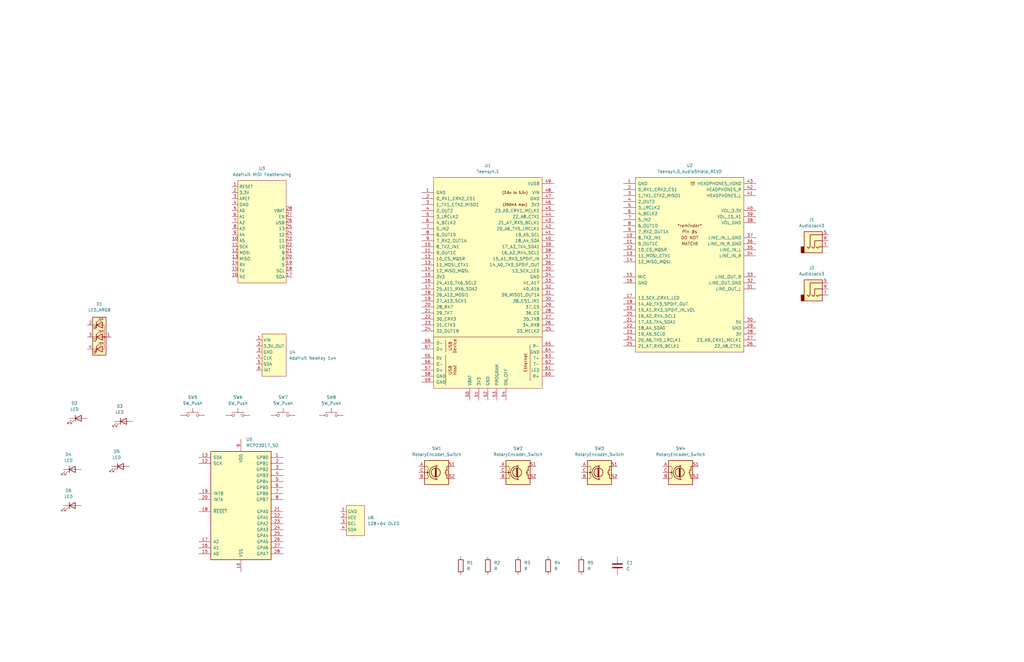
<source format=kicad_sch>
(kicad_sch
	(version 20250114)
	(generator "eeschema")
	(generator_version "9.0")
	(uuid "12b4f70d-56c6-4ccd-a4e3-23fc210a10e1")
	(paper "B")
	(lib_symbols
		(symbol "Connector_Audio:AudioJack3"
			(exclude_from_sim no)
			(in_bom yes)
			(on_board yes)
			(property "Reference" "J"
				(at 0 8.89 0)
				(effects
					(font
						(size 1.27 1.27)
					)
				)
			)
			(property "Value" "AudioJack3"
				(at 0 6.35 0)
				(effects
					(font
						(size 1.27 1.27)
					)
				)
			)
			(property "Footprint" ""
				(at 0 0 0)
				(effects
					(font
						(size 1.27 1.27)
					)
					(hide yes)
				)
			)
			(property "Datasheet" "~"
				(at 0 0 0)
				(effects
					(font
						(size 1.27 1.27)
					)
					(hide yes)
				)
			)
			(property "Description" "Audio Jack, 3 Poles (Stereo / TRS)"
				(at 0 0 0)
				(effects
					(font
						(size 1.27 1.27)
					)
					(hide yes)
				)
			)
			(property "ki_keywords" "audio jack receptacle stereo headphones phones TRS connector"
				(at 0 0 0)
				(effects
					(font
						(size 1.27 1.27)
					)
					(hide yes)
				)
			)
			(property "ki_fp_filters" "Jack*"
				(at 0 0 0)
				(effects
					(font
						(size 1.27 1.27)
					)
					(hide yes)
				)
			)
			(symbol "AudioJack3_0_1"
				(rectangle
					(start -5.08 -5.08)
					(end -6.35 -2.54)
					(stroke
						(width 0.254)
						(type default)
					)
					(fill
						(type outline)
					)
				)
				(polyline
					(pts
						(xy -1.905 -2.54) (xy -1.27 -3.175) (xy -0.635 -2.54) (xy -0.635 0) (xy 2.54 0)
					)
					(stroke
						(width 0.254)
						(type default)
					)
					(fill
						(type none)
					)
				)
				(polyline
					(pts
						(xy 0 -2.54) (xy 0.635 -3.175) (xy 1.27 -2.54) (xy 2.54 -2.54)
					)
					(stroke
						(width 0.254)
						(type default)
					)
					(fill
						(type none)
					)
				)
				(rectangle
					(start 2.54 3.81)
					(end -5.08 -5.08)
					(stroke
						(width 0.254)
						(type default)
					)
					(fill
						(type background)
					)
				)
				(polyline
					(pts
						(xy 2.54 2.54) (xy -2.54 2.54) (xy -2.54 -2.54) (xy -3.175 -3.175) (xy -3.81 -2.54)
					)
					(stroke
						(width 0.254)
						(type default)
					)
					(fill
						(type none)
					)
				)
			)
			(symbol "AudioJack3_1_1"
				(pin passive line
					(at 5.08 2.54 180)
					(length 2.54)
					(name "~"
						(effects
							(font
								(size 1.27 1.27)
							)
						)
					)
					(number "S"
						(effects
							(font
								(size 1.27 1.27)
							)
						)
					)
				)
				(pin passive line
					(at 5.08 0 180)
					(length 2.54)
					(name "~"
						(effects
							(font
								(size 1.27 1.27)
							)
						)
					)
					(number "R"
						(effects
							(font
								(size 1.27 1.27)
							)
						)
					)
				)
				(pin passive line
					(at 5.08 -2.54 180)
					(length 2.54)
					(name "~"
						(effects
							(font
								(size 1.27 1.27)
							)
						)
					)
					(number "T"
						(effects
							(font
								(size 1.27 1.27)
							)
						)
					)
				)
			)
			(embedded_fonts no)
		)
		(symbol "Device:C"
			(pin_numbers
				(hide yes)
			)
			(pin_names
				(offset 0.254)
			)
			(exclude_from_sim no)
			(in_bom yes)
			(on_board yes)
			(property "Reference" "C"
				(at 0.635 2.54 0)
				(effects
					(font
						(size 1.27 1.27)
					)
					(justify left)
				)
			)
			(property "Value" "C"
				(at 0.635 -2.54 0)
				(effects
					(font
						(size 1.27 1.27)
					)
					(justify left)
				)
			)
			(property "Footprint" ""
				(at 0.9652 -3.81 0)
				(effects
					(font
						(size 1.27 1.27)
					)
					(hide yes)
				)
			)
			(property "Datasheet" "~"
				(at 0 0 0)
				(effects
					(font
						(size 1.27 1.27)
					)
					(hide yes)
				)
			)
			(property "Description" "Unpolarized capacitor"
				(at 0 0 0)
				(effects
					(font
						(size 1.27 1.27)
					)
					(hide yes)
				)
			)
			(property "ki_keywords" "cap capacitor"
				(at 0 0 0)
				(effects
					(font
						(size 1.27 1.27)
					)
					(hide yes)
				)
			)
			(property "ki_fp_filters" "C_*"
				(at 0 0 0)
				(effects
					(font
						(size 1.27 1.27)
					)
					(hide yes)
				)
			)
			(symbol "C_0_1"
				(polyline
					(pts
						(xy -2.032 0.762) (xy 2.032 0.762)
					)
					(stroke
						(width 0.508)
						(type default)
					)
					(fill
						(type none)
					)
				)
				(polyline
					(pts
						(xy -2.032 -0.762) (xy 2.032 -0.762)
					)
					(stroke
						(width 0.508)
						(type default)
					)
					(fill
						(type none)
					)
				)
			)
			(symbol "C_1_1"
				(pin passive line
					(at 0 3.81 270)
					(length 2.794)
					(name "~"
						(effects
							(font
								(size 1.27 1.27)
							)
						)
					)
					(number "1"
						(effects
							(font
								(size 1.27 1.27)
							)
						)
					)
				)
				(pin passive line
					(at 0 -3.81 90)
					(length 2.794)
					(name "~"
						(effects
							(font
								(size 1.27 1.27)
							)
						)
					)
					(number "2"
						(effects
							(font
								(size 1.27 1.27)
							)
						)
					)
				)
			)
			(embedded_fonts no)
		)
		(symbol "Device:LED"
			(pin_numbers
				(hide yes)
			)
			(pin_names
				(offset 1.016)
				(hide yes)
			)
			(exclude_from_sim no)
			(in_bom yes)
			(on_board yes)
			(property "Reference" "D"
				(at 0 2.54 0)
				(effects
					(font
						(size 1.27 1.27)
					)
				)
			)
			(property "Value" "LED"
				(at 0 -2.54 0)
				(effects
					(font
						(size 1.27 1.27)
					)
				)
			)
			(property "Footprint" ""
				(at 0 0 0)
				(effects
					(font
						(size 1.27 1.27)
					)
					(hide yes)
				)
			)
			(property "Datasheet" "~"
				(at 0 0 0)
				(effects
					(font
						(size 1.27 1.27)
					)
					(hide yes)
				)
			)
			(property "Description" "Light emitting diode"
				(at 0 0 0)
				(effects
					(font
						(size 1.27 1.27)
					)
					(hide yes)
				)
			)
			(property "Sim.Pins" "1=K 2=A"
				(at 0 0 0)
				(effects
					(font
						(size 1.27 1.27)
					)
					(hide yes)
				)
			)
			(property "ki_keywords" "LED diode"
				(at 0 0 0)
				(effects
					(font
						(size 1.27 1.27)
					)
					(hide yes)
				)
			)
			(property "ki_fp_filters" "LED* LED_SMD:* LED_THT:*"
				(at 0 0 0)
				(effects
					(font
						(size 1.27 1.27)
					)
					(hide yes)
				)
			)
			(symbol "LED_0_1"
				(polyline
					(pts
						(xy -3.048 -0.762) (xy -4.572 -2.286) (xy -3.81 -2.286) (xy -4.572 -2.286) (xy -4.572 -1.524)
					)
					(stroke
						(width 0)
						(type default)
					)
					(fill
						(type none)
					)
				)
				(polyline
					(pts
						(xy -1.778 -0.762) (xy -3.302 -2.286) (xy -2.54 -2.286) (xy -3.302 -2.286) (xy -3.302 -1.524)
					)
					(stroke
						(width 0)
						(type default)
					)
					(fill
						(type none)
					)
				)
				(polyline
					(pts
						(xy -1.27 0) (xy 1.27 0)
					)
					(stroke
						(width 0)
						(type default)
					)
					(fill
						(type none)
					)
				)
				(polyline
					(pts
						(xy -1.27 -1.27) (xy -1.27 1.27)
					)
					(stroke
						(width 0.254)
						(type default)
					)
					(fill
						(type none)
					)
				)
				(polyline
					(pts
						(xy 1.27 -1.27) (xy 1.27 1.27) (xy -1.27 0) (xy 1.27 -1.27)
					)
					(stroke
						(width 0.254)
						(type default)
					)
					(fill
						(type none)
					)
				)
			)
			(symbol "LED_1_1"
				(pin passive line
					(at -3.81 0 0)
					(length 2.54)
					(name "K"
						(effects
							(font
								(size 1.27 1.27)
							)
						)
					)
					(number "1"
						(effects
							(font
								(size 1.27 1.27)
							)
						)
					)
				)
				(pin passive line
					(at 3.81 0 180)
					(length 2.54)
					(name "A"
						(effects
							(font
								(size 1.27 1.27)
							)
						)
					)
					(number "2"
						(effects
							(font
								(size 1.27 1.27)
							)
						)
					)
				)
			)
			(embedded_fonts no)
		)
		(symbol "Device:LED_ARGB"
			(pin_names
				(offset 0)
				(hide yes)
			)
			(exclude_from_sim no)
			(in_bom yes)
			(on_board yes)
			(property "Reference" "D"
				(at 0 9.398 0)
				(effects
					(font
						(size 1.27 1.27)
					)
				)
			)
			(property "Value" "LED_ARGB"
				(at 0 -8.89 0)
				(effects
					(font
						(size 1.27 1.27)
					)
				)
			)
			(property "Footprint" ""
				(at 0 -1.27 0)
				(effects
					(font
						(size 1.27 1.27)
					)
					(hide yes)
				)
			)
			(property "Datasheet" "~"
				(at 0 -1.27 0)
				(effects
					(font
						(size 1.27 1.27)
					)
					(hide yes)
				)
			)
			(property "Description" "RGB LED, anode/red/green/blue"
				(at 0 0 0)
				(effects
					(font
						(size 1.27 1.27)
					)
					(hide yes)
				)
			)
			(property "ki_keywords" "LED RGB diode"
				(at 0 0 0)
				(effects
					(font
						(size 1.27 1.27)
					)
					(hide yes)
				)
			)
			(property "ki_fp_filters" "LED* LED_SMD:* LED_THT:*"
				(at 0 0 0)
				(effects
					(font
						(size 1.27 1.27)
					)
					(hide yes)
				)
			)
			(symbol "LED_ARGB_0_0"
				(text "R"
					(at -1.905 3.81 0)
					(effects
						(font
							(size 1.27 1.27)
						)
					)
				)
				(text "G"
					(at -1.905 -1.27 0)
					(effects
						(font
							(size 1.27 1.27)
						)
					)
				)
				(text "B"
					(at -1.905 -6.35 0)
					(effects
						(font
							(size 1.27 1.27)
						)
					)
				)
			)
			(symbol "LED_ARGB_0_1"
				(polyline
					(pts
						(xy -1.27 6.35) (xy -1.27 3.81)
					)
					(stroke
						(width 0.254)
						(type default)
					)
					(fill
						(type none)
					)
				)
				(polyline
					(pts
						(xy -1.27 6.35) (xy -1.27 3.81) (xy -1.27 3.81)
					)
					(stroke
						(width 0)
						(type default)
					)
					(fill
						(type none)
					)
				)
				(polyline
					(pts
						(xy -1.27 5.08) (xy -2.54 5.08)
					)
					(stroke
						(width 0)
						(type default)
					)
					(fill
						(type none)
					)
				)
				(polyline
					(pts
						(xy -1.27 5.08) (xy 1.27 5.08)
					)
					(stroke
						(width 0)
						(type default)
					)
					(fill
						(type none)
					)
				)
				(polyline
					(pts
						(xy -1.27 1.27) (xy -1.27 -1.27)
					)
					(stroke
						(width 0.254)
						(type default)
					)
					(fill
						(type none)
					)
				)
				(polyline
					(pts
						(xy -1.27 1.27) (xy -1.27 -1.27) (xy -1.27 -1.27)
					)
					(stroke
						(width 0)
						(type default)
					)
					(fill
						(type none)
					)
				)
				(polyline
					(pts
						(xy -1.27 0) (xy -2.54 0)
					)
					(stroke
						(width 0)
						(type default)
					)
					(fill
						(type none)
					)
				)
				(polyline
					(pts
						(xy -1.27 -3.81) (xy -1.27 -6.35)
					)
					(stroke
						(width 0.254)
						(type default)
					)
					(fill
						(type none)
					)
				)
				(polyline
					(pts
						(xy -1.27 -5.08) (xy -2.54 -5.08)
					)
					(stroke
						(width 0)
						(type default)
					)
					(fill
						(type none)
					)
				)
				(polyline
					(pts
						(xy -1.27 -5.08) (xy 1.27 -5.08)
					)
					(stroke
						(width 0)
						(type default)
					)
					(fill
						(type none)
					)
				)
				(polyline
					(pts
						(xy -1.016 6.35) (xy 0.508 7.874) (xy -0.254 7.874) (xy 0.508 7.874) (xy 0.508 7.112)
					)
					(stroke
						(width 0)
						(type default)
					)
					(fill
						(type none)
					)
				)
				(polyline
					(pts
						(xy -1.016 1.27) (xy 0.508 2.794) (xy -0.254 2.794) (xy 0.508 2.794) (xy 0.508 2.032)
					)
					(stroke
						(width 0)
						(type default)
					)
					(fill
						(type none)
					)
				)
				(polyline
					(pts
						(xy -1.016 -3.81) (xy 0.508 -2.286) (xy -0.254 -2.286) (xy 0.508 -2.286) (xy 0.508 -3.048)
					)
					(stroke
						(width 0)
						(type default)
					)
					(fill
						(type none)
					)
				)
				(polyline
					(pts
						(xy 0 6.35) (xy 1.524 7.874) (xy 0.762 7.874) (xy 1.524 7.874) (xy 1.524 7.112)
					)
					(stroke
						(width 0)
						(type default)
					)
					(fill
						(type none)
					)
				)
				(polyline
					(pts
						(xy 0 1.27) (xy 1.524 2.794) (xy 0.762 2.794) (xy 1.524 2.794) (xy 1.524 2.032)
					)
					(stroke
						(width 0)
						(type default)
					)
					(fill
						(type none)
					)
				)
				(polyline
					(pts
						(xy 0 -3.81) (xy 1.524 -2.286) (xy 0.762 -2.286) (xy 1.524 -2.286) (xy 1.524 -3.048)
					)
					(stroke
						(width 0)
						(type default)
					)
					(fill
						(type none)
					)
				)
				(polyline
					(pts
						(xy 1.27 6.35) (xy 1.27 3.81) (xy -1.27 5.08) (xy 1.27 6.35)
					)
					(stroke
						(width 0.254)
						(type default)
					)
					(fill
						(type none)
					)
				)
				(rectangle
					(start 1.27 6.35)
					(end 1.27 6.35)
					(stroke
						(width 0)
						(type default)
					)
					(fill
						(type none)
					)
				)
				(rectangle
					(start 1.27 3.81)
					(end 1.27 6.35)
					(stroke
						(width 0)
						(type default)
					)
					(fill
						(type none)
					)
				)
				(polyline
					(pts
						(xy 1.27 1.27) (xy 1.27 -1.27) (xy -1.27 0) (xy 1.27 1.27)
					)
					(stroke
						(width 0.254)
						(type default)
					)
					(fill
						(type none)
					)
				)
				(rectangle
					(start 1.27 1.27)
					(end 1.27 1.27)
					(stroke
						(width 0)
						(type default)
					)
					(fill
						(type none)
					)
				)
				(polyline
					(pts
						(xy 1.27 0) (xy -1.27 0)
					)
					(stroke
						(width 0)
						(type default)
					)
					(fill
						(type none)
					)
				)
				(polyline
					(pts
						(xy 1.27 0) (xy 2.54 0)
					)
					(stroke
						(width 0)
						(type default)
					)
					(fill
						(type none)
					)
				)
				(rectangle
					(start 1.27 -1.27)
					(end 1.27 1.27)
					(stroke
						(width 0)
						(type default)
					)
					(fill
						(type none)
					)
				)
				(polyline
					(pts
						(xy 1.27 -3.81) (xy 1.27 -6.35) (xy -1.27 -5.08) (xy 1.27 -3.81)
					)
					(stroke
						(width 0.254)
						(type default)
					)
					(fill
						(type none)
					)
				)
				(polyline
					(pts
						(xy 1.27 -5.08) (xy 2.032 -5.08) (xy 2.032 5.08) (xy 1.27 5.08)
					)
					(stroke
						(width 0)
						(type default)
					)
					(fill
						(type none)
					)
				)
				(circle
					(center 2.032 0)
					(radius 0.254)
					(stroke
						(width 0)
						(type default)
					)
					(fill
						(type outline)
					)
				)
				(rectangle
					(start 2.794 8.382)
					(end -2.794 -7.62)
					(stroke
						(width 0.254)
						(type default)
					)
					(fill
						(type background)
					)
				)
			)
			(symbol "LED_ARGB_1_1"
				(pin passive line
					(at -5.08 5.08 0)
					(length 2.54)
					(name "RK"
						(effects
							(font
								(size 1.27 1.27)
							)
						)
					)
					(number "2"
						(effects
							(font
								(size 1.27 1.27)
							)
						)
					)
				)
				(pin passive line
					(at -5.08 0 0)
					(length 2.54)
					(name "GK"
						(effects
							(font
								(size 1.27 1.27)
							)
						)
					)
					(number "3"
						(effects
							(font
								(size 1.27 1.27)
							)
						)
					)
				)
				(pin passive line
					(at -5.08 -5.08 0)
					(length 2.54)
					(name "BK"
						(effects
							(font
								(size 1.27 1.27)
							)
						)
					)
					(number "4"
						(effects
							(font
								(size 1.27 1.27)
							)
						)
					)
				)
				(pin passive line
					(at 5.08 0 180)
					(length 2.54)
					(name "A"
						(effects
							(font
								(size 1.27 1.27)
							)
						)
					)
					(number "1"
						(effects
							(font
								(size 1.27 1.27)
							)
						)
					)
				)
			)
			(embedded_fonts no)
		)
		(symbol "Device:R"
			(pin_numbers
				(hide yes)
			)
			(pin_names
				(offset 0)
			)
			(exclude_from_sim no)
			(in_bom yes)
			(on_board yes)
			(property "Reference" "R"
				(at 2.032 0 90)
				(effects
					(font
						(size 1.27 1.27)
					)
				)
			)
			(property "Value" "R"
				(at 0 0 90)
				(effects
					(font
						(size 1.27 1.27)
					)
				)
			)
			(property "Footprint" ""
				(at -1.778 0 90)
				(effects
					(font
						(size 1.27 1.27)
					)
					(hide yes)
				)
			)
			(property "Datasheet" "~"
				(at 0 0 0)
				(effects
					(font
						(size 1.27 1.27)
					)
					(hide yes)
				)
			)
			(property "Description" "Resistor"
				(at 0 0 0)
				(effects
					(font
						(size 1.27 1.27)
					)
					(hide yes)
				)
			)
			(property "ki_keywords" "R res resistor"
				(at 0 0 0)
				(effects
					(font
						(size 1.27 1.27)
					)
					(hide yes)
				)
			)
			(property "ki_fp_filters" "R_*"
				(at 0 0 0)
				(effects
					(font
						(size 1.27 1.27)
					)
					(hide yes)
				)
			)
			(symbol "R_0_1"
				(rectangle
					(start -1.016 -2.54)
					(end 1.016 2.54)
					(stroke
						(width 0.254)
						(type default)
					)
					(fill
						(type none)
					)
				)
			)
			(symbol "R_1_1"
				(pin passive line
					(at 0 3.81 270)
					(length 1.27)
					(name "~"
						(effects
							(font
								(size 1.27 1.27)
							)
						)
					)
					(number "1"
						(effects
							(font
								(size 1.27 1.27)
							)
						)
					)
				)
				(pin passive line
					(at 0 -3.81 90)
					(length 1.27)
					(name "~"
						(effects
							(font
								(size 1.27 1.27)
							)
						)
					)
					(number "2"
						(effects
							(font
								(size 1.27 1.27)
							)
						)
					)
				)
			)
			(embedded_fonts no)
		)
		(symbol "Device:RotaryEncoder_Switch"
			(pin_names
				(offset 0.254)
				(hide yes)
			)
			(exclude_from_sim no)
			(in_bom yes)
			(on_board yes)
			(property "Reference" "SW"
				(at 0 6.604 0)
				(effects
					(font
						(size 1.27 1.27)
					)
				)
			)
			(property "Value" "RotaryEncoder_Switch"
				(at 0 -6.604 0)
				(effects
					(font
						(size 1.27 1.27)
					)
				)
			)
			(property "Footprint" ""
				(at -3.81 4.064 0)
				(effects
					(font
						(size 1.27 1.27)
					)
					(hide yes)
				)
			)
			(property "Datasheet" "~"
				(at 0 6.604 0)
				(effects
					(font
						(size 1.27 1.27)
					)
					(hide yes)
				)
			)
			(property "Description" "Rotary encoder, dual channel, incremental quadrate outputs, with switch"
				(at 0 0 0)
				(effects
					(font
						(size 1.27 1.27)
					)
					(hide yes)
				)
			)
			(property "ki_keywords" "rotary switch encoder switch push button"
				(at 0 0 0)
				(effects
					(font
						(size 1.27 1.27)
					)
					(hide yes)
				)
			)
			(property "ki_fp_filters" "RotaryEncoder*Switch*"
				(at 0 0 0)
				(effects
					(font
						(size 1.27 1.27)
					)
					(hide yes)
				)
			)
			(symbol "RotaryEncoder_Switch_0_1"
				(rectangle
					(start -5.08 5.08)
					(end 5.08 -5.08)
					(stroke
						(width 0.254)
						(type default)
					)
					(fill
						(type background)
					)
				)
				(polyline
					(pts
						(xy -5.08 2.54) (xy -3.81 2.54) (xy -3.81 2.032)
					)
					(stroke
						(width 0)
						(type default)
					)
					(fill
						(type none)
					)
				)
				(polyline
					(pts
						(xy -5.08 0) (xy -3.81 0) (xy -3.81 -1.016) (xy -3.302 -2.032)
					)
					(stroke
						(width 0)
						(type default)
					)
					(fill
						(type none)
					)
				)
				(polyline
					(pts
						(xy -5.08 -2.54) (xy -3.81 -2.54) (xy -3.81 -2.032)
					)
					(stroke
						(width 0)
						(type default)
					)
					(fill
						(type none)
					)
				)
				(polyline
					(pts
						(xy -4.318 0) (xy -3.81 0) (xy -3.81 1.016) (xy -3.302 2.032)
					)
					(stroke
						(width 0)
						(type default)
					)
					(fill
						(type none)
					)
				)
				(circle
					(center -3.81 0)
					(radius 0.254)
					(stroke
						(width 0)
						(type default)
					)
					(fill
						(type outline)
					)
				)
				(polyline
					(pts
						(xy -0.635 -1.778) (xy -0.635 1.778)
					)
					(stroke
						(width 0.254)
						(type default)
					)
					(fill
						(type none)
					)
				)
				(circle
					(center -0.381 0)
					(radius 1.905)
					(stroke
						(width 0.254)
						(type default)
					)
					(fill
						(type none)
					)
				)
				(polyline
					(pts
						(xy -0.381 -1.778) (xy -0.381 1.778)
					)
					(stroke
						(width 0.254)
						(type default)
					)
					(fill
						(type none)
					)
				)
				(arc
					(start -0.381 -2.794)
					(mid -3.0988 -0.0635)
					(end -0.381 2.667)
					(stroke
						(width 0.254)
						(type default)
					)
					(fill
						(type none)
					)
				)
				(polyline
					(pts
						(xy -0.127 1.778) (xy -0.127 -1.778)
					)
					(stroke
						(width 0.254)
						(type default)
					)
					(fill
						(type none)
					)
				)
				(polyline
					(pts
						(xy 0.254 2.921) (xy -0.508 2.667) (xy 0.127 2.286)
					)
					(stroke
						(width 0.254)
						(type default)
					)
					(fill
						(type none)
					)
				)
				(polyline
					(pts
						(xy 0.254 -3.048) (xy -0.508 -2.794) (xy 0.127 -2.413)
					)
					(stroke
						(width 0.254)
						(type default)
					)
					(fill
						(type none)
					)
				)
				(polyline
					(pts
						(xy 3.81 1.016) (xy 3.81 -1.016)
					)
					(stroke
						(width 0.254)
						(type default)
					)
					(fill
						(type none)
					)
				)
				(polyline
					(pts
						(xy 3.81 0) (xy 3.429 0)
					)
					(stroke
						(width 0.254)
						(type default)
					)
					(fill
						(type none)
					)
				)
				(circle
					(center 4.318 1.016)
					(radius 0.127)
					(stroke
						(width 0.254)
						(type default)
					)
					(fill
						(type none)
					)
				)
				(circle
					(center 4.318 -1.016)
					(radius 0.127)
					(stroke
						(width 0.254)
						(type default)
					)
					(fill
						(type none)
					)
				)
				(polyline
					(pts
						(xy 5.08 2.54) (xy 4.318 2.54) (xy 4.318 1.016)
					)
					(stroke
						(width 0.254)
						(type default)
					)
					(fill
						(type none)
					)
				)
				(polyline
					(pts
						(xy 5.08 -2.54) (xy 4.318 -2.54) (xy 4.318 -1.016)
					)
					(stroke
						(width 0.254)
						(type default)
					)
					(fill
						(type none)
					)
				)
			)
			(symbol "RotaryEncoder_Switch_1_1"
				(pin passive line
					(at -7.62 2.54 0)
					(length 2.54)
					(name "A"
						(effects
							(font
								(size 1.27 1.27)
							)
						)
					)
					(number "A"
						(effects
							(font
								(size 1.27 1.27)
							)
						)
					)
				)
				(pin passive line
					(at -7.62 0 0)
					(length 2.54)
					(name "C"
						(effects
							(font
								(size 1.27 1.27)
							)
						)
					)
					(number "C"
						(effects
							(font
								(size 1.27 1.27)
							)
						)
					)
				)
				(pin passive line
					(at -7.62 -2.54 0)
					(length 2.54)
					(name "B"
						(effects
							(font
								(size 1.27 1.27)
							)
						)
					)
					(number "B"
						(effects
							(font
								(size 1.27 1.27)
							)
						)
					)
				)
				(pin passive line
					(at 7.62 2.54 180)
					(length 2.54)
					(name "S1"
						(effects
							(font
								(size 1.27 1.27)
							)
						)
					)
					(number "S1"
						(effects
							(font
								(size 1.27 1.27)
							)
						)
					)
				)
				(pin passive line
					(at 7.62 -2.54 180)
					(length 2.54)
					(name "S2"
						(effects
							(font
								(size 1.27 1.27)
							)
						)
					)
					(number "S2"
						(effects
							(font
								(size 1.27 1.27)
							)
						)
					)
				)
			)
			(embedded_fonts no)
		)
		(symbol "Interface_Expansion:MCP23017_SO"
			(pin_names
				(offset 1.016)
			)
			(exclude_from_sim no)
			(in_bom yes)
			(on_board yes)
			(property "Reference" "U"
				(at -11.43 24.13 0)
				(effects
					(font
						(size 1.27 1.27)
					)
				)
			)
			(property "Value" "MCP23017_SO"
				(at 0 0 0)
				(effects
					(font
						(size 1.27 1.27)
					)
				)
			)
			(property "Footprint" "Package_SO:SOIC-28W_7.5x17.9mm_P1.27mm"
				(at 5.08 -25.4 0)
				(effects
					(font
						(size 1.27 1.27)
					)
					(justify left)
					(hide yes)
				)
			)
			(property "Datasheet" "https://ww1.microchip.com/downloads/aemDocuments/documents/APID/ProductDocuments/DataSheets/MCP23017-Data-Sheet-DS20001952.pdf"
				(at 5.08 -27.94 0)
				(effects
					(font
						(size 1.27 1.27)
					)
					(justify left)
					(hide yes)
				)
			)
			(property "Description" "16-bit I/O expander, I2C, interrupts, w pull-ups, GPA/B7 output only (https://microchip.my.site.com/s/article/GPA7---GPB7-Cannot-Be-Used-as-Inputs-In-MCP23017),  SOIC-28"
				(at 0 0 0)
				(effects
					(font
						(size 1.27 1.27)
					)
					(hide yes)
				)
			)
			(property "ki_keywords" "I2C parallel port expander"
				(at 0 0 0)
				(effects
					(font
						(size 1.27 1.27)
					)
					(hide yes)
				)
			)
			(property "ki_fp_filters" "SOIC*7.5x17.9mm*P1.27mm*"
				(at 0 0 0)
				(effects
					(font
						(size 1.27 1.27)
					)
					(hide yes)
				)
			)
			(symbol "MCP23017_SO_0_1"
				(rectangle
					(start -12.7 22.86)
					(end 12.7 -22.86)
					(stroke
						(width 0.254)
						(type default)
					)
					(fill
						(type background)
					)
				)
			)
			(symbol "MCP23017_SO_1_1"
				(pin bidirectional line
					(at -17.78 20.32 0)
					(length 5.08)
					(name "SDA"
						(effects
							(font
								(size 1.27 1.27)
							)
						)
					)
					(number "13"
						(effects
							(font
								(size 1.27 1.27)
							)
						)
					)
				)
				(pin input line
					(at -17.78 17.78 0)
					(length 5.08)
					(name "SCK"
						(effects
							(font
								(size 1.27 1.27)
							)
						)
					)
					(number "12"
						(effects
							(font
								(size 1.27 1.27)
							)
						)
					)
				)
				(pin tri_state line
					(at -17.78 5.08 0)
					(length 5.08)
					(name "INTB"
						(effects
							(font
								(size 1.27 1.27)
							)
						)
					)
					(number "19"
						(effects
							(font
								(size 1.27 1.27)
							)
						)
					)
				)
				(pin tri_state line
					(at -17.78 2.54 0)
					(length 5.08)
					(name "INTA"
						(effects
							(font
								(size 1.27 1.27)
							)
						)
					)
					(number "20"
						(effects
							(font
								(size 1.27 1.27)
							)
						)
					)
				)
				(pin input line
					(at -17.78 -2.54 0)
					(length 5.08)
					(name "~{RESET}"
						(effects
							(font
								(size 1.27 1.27)
							)
						)
					)
					(number "18"
						(effects
							(font
								(size 1.27 1.27)
							)
						)
					)
				)
				(pin input line
					(at -17.78 -15.24 0)
					(length 5.08)
					(name "A2"
						(effects
							(font
								(size 1.27 1.27)
							)
						)
					)
					(number "17"
						(effects
							(font
								(size 1.27 1.27)
							)
						)
					)
				)
				(pin input line
					(at -17.78 -17.78 0)
					(length 5.08)
					(name "A1"
						(effects
							(font
								(size 1.27 1.27)
							)
						)
					)
					(number "16"
						(effects
							(font
								(size 1.27 1.27)
							)
						)
					)
				)
				(pin input line
					(at -17.78 -20.32 0)
					(length 5.08)
					(name "A0"
						(effects
							(font
								(size 1.27 1.27)
							)
						)
					)
					(number "15"
						(effects
							(font
								(size 1.27 1.27)
							)
						)
					)
				)
				(pin no_connect line
					(at -12.7 15.24 0)
					(length 5.08)
					(hide yes)
					(name "NC"
						(effects
							(font
								(size 1.27 1.27)
							)
						)
					)
					(number "11"
						(effects
							(font
								(size 1.27 1.27)
							)
						)
					)
				)
				(pin no_connect line
					(at -12.7 12.7 0)
					(length 5.08)
					(hide yes)
					(name "NC"
						(effects
							(font
								(size 1.27 1.27)
							)
						)
					)
					(number "14"
						(effects
							(font
								(size 1.27 1.27)
							)
						)
					)
				)
				(pin power_in line
					(at 0 27.94 270)
					(length 5.08)
					(name "VDD"
						(effects
							(font
								(size 1.27 1.27)
							)
						)
					)
					(number "9"
						(effects
							(font
								(size 1.27 1.27)
							)
						)
					)
				)
				(pin power_in line
					(at 0 -27.94 90)
					(length 5.08)
					(name "VSS"
						(effects
							(font
								(size 1.27 1.27)
							)
						)
					)
					(number "10"
						(effects
							(font
								(size 1.27 1.27)
							)
						)
					)
				)
				(pin bidirectional line
					(at 17.78 20.32 180)
					(length 5.08)
					(name "GPB0"
						(effects
							(font
								(size 1.27 1.27)
							)
						)
					)
					(number "1"
						(effects
							(font
								(size 1.27 1.27)
							)
						)
					)
				)
				(pin bidirectional line
					(at 17.78 17.78 180)
					(length 5.08)
					(name "GPB1"
						(effects
							(font
								(size 1.27 1.27)
							)
						)
					)
					(number "2"
						(effects
							(font
								(size 1.27 1.27)
							)
						)
					)
				)
				(pin bidirectional line
					(at 17.78 15.24 180)
					(length 5.08)
					(name "GPB2"
						(effects
							(font
								(size 1.27 1.27)
							)
						)
					)
					(number "3"
						(effects
							(font
								(size 1.27 1.27)
							)
						)
					)
				)
				(pin bidirectional line
					(at 17.78 12.7 180)
					(length 5.08)
					(name "GPB3"
						(effects
							(font
								(size 1.27 1.27)
							)
						)
					)
					(number "4"
						(effects
							(font
								(size 1.27 1.27)
							)
						)
					)
				)
				(pin bidirectional line
					(at 17.78 10.16 180)
					(length 5.08)
					(name "GPB4"
						(effects
							(font
								(size 1.27 1.27)
							)
						)
					)
					(number "5"
						(effects
							(font
								(size 1.27 1.27)
							)
						)
					)
				)
				(pin bidirectional line
					(at 17.78 7.62 180)
					(length 5.08)
					(name "GPB5"
						(effects
							(font
								(size 1.27 1.27)
							)
						)
					)
					(number "6"
						(effects
							(font
								(size 1.27 1.27)
							)
						)
					)
				)
				(pin bidirectional line
					(at 17.78 5.08 180)
					(length 5.08)
					(name "GPB6"
						(effects
							(font
								(size 1.27 1.27)
							)
						)
					)
					(number "7"
						(effects
							(font
								(size 1.27 1.27)
							)
						)
					)
				)
				(pin output line
					(at 17.78 2.54 180)
					(length 5.08)
					(name "GPB7"
						(effects
							(font
								(size 1.27 1.27)
							)
						)
					)
					(number "8"
						(effects
							(font
								(size 1.27 1.27)
							)
						)
					)
				)
				(pin bidirectional line
					(at 17.78 -2.54 180)
					(length 5.08)
					(name "GPA0"
						(effects
							(font
								(size 1.27 1.27)
							)
						)
					)
					(number "21"
						(effects
							(font
								(size 1.27 1.27)
							)
						)
					)
				)
				(pin bidirectional line
					(at 17.78 -5.08 180)
					(length 5.08)
					(name "GPA1"
						(effects
							(font
								(size 1.27 1.27)
							)
						)
					)
					(number "22"
						(effects
							(font
								(size 1.27 1.27)
							)
						)
					)
				)
				(pin bidirectional line
					(at 17.78 -7.62 180)
					(length 5.08)
					(name "GPA2"
						(effects
							(font
								(size 1.27 1.27)
							)
						)
					)
					(number "23"
						(effects
							(font
								(size 1.27 1.27)
							)
						)
					)
				)
				(pin bidirectional line
					(at 17.78 -10.16 180)
					(length 5.08)
					(name "GPA3"
						(effects
							(font
								(size 1.27 1.27)
							)
						)
					)
					(number "24"
						(effects
							(font
								(size 1.27 1.27)
							)
						)
					)
				)
				(pin bidirectional line
					(at 17.78 -12.7 180)
					(length 5.08)
					(name "GPA4"
						(effects
							(font
								(size 1.27 1.27)
							)
						)
					)
					(number "25"
						(effects
							(font
								(size 1.27 1.27)
							)
						)
					)
				)
				(pin bidirectional line
					(at 17.78 -15.24 180)
					(length 5.08)
					(name "GPA5"
						(effects
							(font
								(size 1.27 1.27)
							)
						)
					)
					(number "26"
						(effects
							(font
								(size 1.27 1.27)
							)
						)
					)
				)
				(pin bidirectional line
					(at 17.78 -17.78 180)
					(length 5.08)
					(name "GPA6"
						(effects
							(font
								(size 1.27 1.27)
							)
						)
					)
					(number "27"
						(effects
							(font
								(size 1.27 1.27)
							)
						)
					)
				)
				(pin output line
					(at 17.78 -20.32 180)
					(length 5.08)
					(name "GPA7"
						(effects
							(font
								(size 1.27 1.27)
							)
						)
					)
					(number "28"
						(effects
							(font
								(size 1.27 1.27)
							)
						)
					)
				)
			)
			(embedded_fonts no)
		)
		(symbol "Switch:SW_Push"
			(pin_numbers
				(hide yes)
			)
			(pin_names
				(offset 1.016)
				(hide yes)
			)
			(exclude_from_sim no)
			(in_bom yes)
			(on_board yes)
			(property "Reference" "SW"
				(at 1.27 2.54 0)
				(effects
					(font
						(size 1.27 1.27)
					)
					(justify left)
				)
			)
			(property "Value" "SW_Push"
				(at 0 -1.524 0)
				(effects
					(font
						(size 1.27 1.27)
					)
				)
			)
			(property "Footprint" ""
				(at 0 5.08 0)
				(effects
					(font
						(size 1.27 1.27)
					)
					(hide yes)
				)
			)
			(property "Datasheet" "~"
				(at 0 5.08 0)
				(effects
					(font
						(size 1.27 1.27)
					)
					(hide yes)
				)
			)
			(property "Description" "Push button switch, generic, two pins"
				(at 0 0 0)
				(effects
					(font
						(size 1.27 1.27)
					)
					(hide yes)
				)
			)
			(property "ki_keywords" "switch normally-open pushbutton push-button"
				(at 0 0 0)
				(effects
					(font
						(size 1.27 1.27)
					)
					(hide yes)
				)
			)
			(symbol "SW_Push_0_1"
				(circle
					(center -2.032 0)
					(radius 0.508)
					(stroke
						(width 0)
						(type default)
					)
					(fill
						(type none)
					)
				)
				(polyline
					(pts
						(xy 0 1.27) (xy 0 3.048)
					)
					(stroke
						(width 0)
						(type default)
					)
					(fill
						(type none)
					)
				)
				(circle
					(center 2.032 0)
					(radius 0.508)
					(stroke
						(width 0)
						(type default)
					)
					(fill
						(type none)
					)
				)
				(polyline
					(pts
						(xy 2.54 1.27) (xy -2.54 1.27)
					)
					(stroke
						(width 0)
						(type default)
					)
					(fill
						(type none)
					)
				)
				(pin passive line
					(at -5.08 0 0)
					(length 2.54)
					(name "1"
						(effects
							(font
								(size 1.27 1.27)
							)
						)
					)
					(number "1"
						(effects
							(font
								(size 1.27 1.27)
							)
						)
					)
				)
				(pin passive line
					(at 5.08 0 180)
					(length 2.54)
					(name "2"
						(effects
							(font
								(size 1.27 1.27)
							)
						)
					)
					(number "2"
						(effects
							(font
								(size 1.27 1.27)
							)
						)
					)
				)
			)
			(embedded_fonts no)
		)
		(symbol "new:midi"
			(exclude_from_sim no)
			(in_bom yes)
			(on_board yes)
			(property "Reference" "U3"
				(at 0 3.81 0)
				(effects
					(font
						(size 1.27 1.27)
					)
				)
			)
			(property "Value" "Adafruit MIDI Featherwing"
				(at 0 1.27 0)
				(effects
					(font
						(size 1.27 1.27)
					)
				)
			)
			(property "Footprint" ""
				(at 0 0 0)
				(effects
					(font
						(size 1.27 1.27)
					)
					(hide yes)
				)
			)
			(property "Datasheet" ""
				(at 0 0 0)
				(effects
					(font
						(size 1.27 1.27)
					)
					(hide yes)
				)
			)
			(property "Description" ""
				(at 0 0 0)
				(effects
					(font
						(size 1.27 1.27)
					)
					(hide yes)
				)
			)
			(symbol "midi_0_0"
				(pin passive line
					(at -12.7 -3.81 0)
					(length 2.54)
					(name "RESET"
						(effects
							(font
								(size 1.27 1.27)
							)
						)
					)
					(number "1"
						(effects
							(font
								(size 1.27 1.27)
							)
						)
					)
				)
				(pin passive line
					(at -12.7 -6.35 0)
					(length 2.54)
					(name "3.3V"
						(effects
							(font
								(size 1.27 1.27)
							)
						)
					)
					(number "2"
						(effects
							(font
								(size 1.27 1.27)
							)
						)
					)
				)
				(pin passive line
					(at -12.7 -8.89 0)
					(length 2.54)
					(name "AREF"
						(effects
							(font
								(size 1.27 1.27)
							)
						)
					)
					(number "3"
						(effects
							(font
								(size 1.27 1.27)
							)
						)
					)
				)
				(pin passive line
					(at -12.7 -11.43 0)
					(length 2.54)
					(name "GND"
						(effects
							(font
								(size 1.27 1.27)
							)
						)
					)
					(number "4"
						(effects
							(font
								(size 1.27 1.27)
							)
						)
					)
				)
				(pin passive line
					(at -12.7 -13.97 0)
					(length 2.54)
					(name "A0"
						(effects
							(font
								(size 1.27 1.27)
							)
						)
					)
					(number "5"
						(effects
							(font
								(size 1.27 1.27)
							)
						)
					)
				)
				(pin passive line
					(at -12.7 -16.51 0)
					(length 2.54)
					(name "A1"
						(effects
							(font
								(size 1.27 1.27)
							)
						)
					)
					(number "6"
						(effects
							(font
								(size 1.27 1.27)
							)
						)
					)
				)
				(pin passive line
					(at -12.7 -19.05 0)
					(length 2.54)
					(name "A2"
						(effects
							(font
								(size 1.27 1.27)
							)
						)
					)
					(number "7"
						(effects
							(font
								(size 1.27 1.27)
							)
						)
					)
				)
				(pin passive line
					(at -12.7 -21.59 0)
					(length 2.54)
					(name "A3"
						(effects
							(font
								(size 1.27 1.27)
							)
						)
					)
					(number "8"
						(effects
							(font
								(size 1.27 1.27)
							)
						)
					)
				)
				(pin passive line
					(at -12.7 -24.13 0)
					(length 2.54)
					(name "A4"
						(effects
							(font
								(size 1.27 1.27)
							)
						)
					)
					(number "9"
						(effects
							(font
								(size 1.27 1.27)
							)
						)
					)
				)
				(pin passive line
					(at -12.7 -26.67 0)
					(length 2.54)
					(name "A5"
						(effects
							(font
								(size 1.27 1.27)
							)
						)
					)
					(number "10"
						(effects
							(font
								(size 1.27 1.27)
							)
						)
					)
				)
				(pin passive line
					(at -12.7 -29.21 0)
					(length 2.54)
					(name "SCK"
						(effects
							(font
								(size 1.27 1.27)
							)
						)
					)
					(number "11"
						(effects
							(font
								(size 1.27 1.27)
							)
						)
					)
				)
				(pin passive line
					(at -12.7 -31.75 0)
					(length 2.54)
					(name "MOSI"
						(effects
							(font
								(size 1.27 1.27)
							)
						)
					)
					(number "12"
						(effects
							(font
								(size 1.27 1.27)
							)
						)
					)
				)
				(pin passive line
					(at -12.7 -34.29 0)
					(length 2.54)
					(name "MISO"
						(effects
							(font
								(size 1.27 1.27)
							)
						)
					)
					(number "13"
						(effects
							(font
								(size 1.27 1.27)
							)
						)
					)
				)
				(pin passive line
					(at -12.7 -36.83 0)
					(length 2.54)
					(name "RX"
						(effects
							(font
								(size 1.27 1.27)
							)
						)
					)
					(number "14"
						(effects
							(font
								(size 1.27 1.27)
							)
						)
					)
				)
				(pin passive line
					(at -12.7 -39.37 0)
					(length 2.54)
					(name "TX"
						(effects
							(font
								(size 1.27 1.27)
							)
						)
					)
					(number "15"
						(effects
							(font
								(size 1.27 1.27)
							)
						)
					)
				)
				(pin passive line
					(at -12.7 -41.91 0)
					(length 2.54)
					(name "NC"
						(effects
							(font
								(size 1.27 1.27)
							)
						)
					)
					(number "16"
						(effects
							(font
								(size 1.27 1.27)
							)
						)
					)
				)
				(pin passive line
					(at 12.7 -13.97 180)
					(length 2.54)
					(name "VBAT"
						(effects
							(font
								(size 1.27 1.27)
							)
						)
					)
					(number "28"
						(effects
							(font
								(size 1.27 1.27)
							)
						)
					)
				)
				(pin passive line
					(at 12.7 -16.51 180)
					(length 2.54)
					(name "EN"
						(effects
							(font
								(size 1.27 1.27)
							)
						)
					)
					(number "27"
						(effects
							(font
								(size 1.27 1.27)
							)
						)
					)
				)
				(pin passive line
					(at 12.7 -19.05 180)
					(length 2.54)
					(name "USB"
						(effects
							(font
								(size 1.27 1.27)
							)
						)
					)
					(number "26"
						(effects
							(font
								(size 1.27 1.27)
							)
						)
					)
				)
				(pin passive line
					(at 12.7 -21.59 180)
					(length 2.54)
					(name "13"
						(effects
							(font
								(size 1.27 1.27)
							)
						)
					)
					(number "25"
						(effects
							(font
								(size 1.27 1.27)
							)
						)
					)
				)
				(pin passive line
					(at 12.7 -24.13 180)
					(length 2.54)
					(name "12"
						(effects
							(font
								(size 1.27 1.27)
							)
						)
					)
					(number "24"
						(effects
							(font
								(size 1.27 1.27)
							)
						)
					)
				)
				(pin passive line
					(at 12.7 -26.67 180)
					(length 2.54)
					(name "11"
						(effects
							(font
								(size 1.27 1.27)
							)
						)
					)
					(number "23"
						(effects
							(font
								(size 1.27 1.27)
							)
						)
					)
				)
				(pin passive line
					(at 12.7 -29.21 180)
					(length 2.54)
					(name "10"
						(effects
							(font
								(size 1.27 1.27)
							)
						)
					)
					(number "22"
						(effects
							(font
								(size 1.27 1.27)
							)
						)
					)
				)
				(pin passive line
					(at 12.7 -31.75 180)
					(length 2.54)
					(name "9"
						(effects
							(font
								(size 1.27 1.27)
							)
						)
					)
					(number "21"
						(effects
							(font
								(size 1.27 1.27)
							)
						)
					)
				)
				(pin passive line
					(at 12.7 -34.29 180)
					(length 2.54)
					(name "6"
						(effects
							(font
								(size 1.27 1.27)
							)
						)
					)
					(number "20"
						(effects
							(font
								(size 1.27 1.27)
							)
						)
					)
				)
				(pin passive line
					(at 12.7 -36.83 180)
					(length 2.54)
					(name "5"
						(effects
							(font
								(size 1.27 1.27)
							)
						)
					)
					(number "19"
						(effects
							(font
								(size 1.27 1.27)
							)
						)
					)
				)
				(pin passive line
					(at 12.7 -39.37 180)
					(length 2.54)
					(name "SCL"
						(effects
							(font
								(size 1.27 1.27)
							)
						)
					)
					(number "18"
						(effects
							(font
								(size 1.27 1.27)
							)
						)
					)
				)
				(pin passive line
					(at 12.7 -41.91 180)
					(length 2.54)
					(name "SDA"
						(effects
							(font
								(size 1.27 1.27)
							)
						)
					)
					(number "17"
						(effects
							(font
								(size 1.27 1.27)
							)
						)
					)
				)
			)
			(symbol "midi_1_1"
				(rectangle
					(start -10.16 -1.27)
					(end 10.16 -44.45)
					(stroke
						(width 0)
						(type solid)
					)
					(fill
						(type color)
						(color 255 255 194 1)
					)
				)
			)
			(embedded_fonts no)
		)
		(symbol "new:neokey"
			(exclude_from_sim no)
			(in_bom yes)
			(on_board yes)
			(property "Reference" "U4"
				(at 6.35 -8.8899 0)
				(effects
					(font
						(size 1.27 1.27)
					)
					(justify left)
				)
			)
			(property "Value" "Adafruit NeoKey 1x4"
				(at 6.35 -11.4299 0)
				(effects
					(font
						(size 1.27 1.27)
					)
					(justify left)
				)
			)
			(property "Footprint" ""
				(at 0 0 0)
				(effects
					(font
						(size 1.27 1.27)
					)
					(hide yes)
				)
			)
			(property "Datasheet" ""
				(at 0 0 0)
				(effects
					(font
						(size 1.27 1.27)
					)
					(hide yes)
				)
			)
			(property "Description" ""
				(at 0 0 0)
				(effects
					(font
						(size 1.27 1.27)
					)
					(hide yes)
				)
			)
			(symbol "neokey_0_0"
				(pin passive line
					(at -7.62 -3.81 0)
					(length 2.54)
					(name "VIN"
						(effects
							(font
								(size 1.27 1.27)
							)
						)
					)
					(number "1"
						(effects
							(font
								(size 1.27 1.27)
							)
						)
					)
				)
				(pin passive line
					(at -7.62 -6.35 0)
					(length 2.54)
					(name "3.3V_OUT"
						(effects
							(font
								(size 1.27 1.27)
							)
						)
					)
					(number "2"
						(effects
							(font
								(size 1.27 1.27)
							)
						)
					)
				)
				(pin passive line
					(at -7.62 -8.89 0)
					(length 2.54)
					(name "GND"
						(effects
							(font
								(size 1.27 1.27)
							)
						)
					)
					(number "3"
						(effects
							(font
								(size 1.27 1.27)
							)
						)
					)
				)
				(pin passive line
					(at -7.62 -11.43 0)
					(length 2.54)
					(name "CLK"
						(effects
							(font
								(size 1.27 1.27)
							)
						)
					)
					(number "4"
						(effects
							(font
								(size 1.27 1.27)
							)
						)
					)
				)
				(pin passive line
					(at -7.62 -13.97 0)
					(length 2.54)
					(name "SDA"
						(effects
							(font
								(size 1.27 1.27)
							)
						)
					)
					(number "5"
						(effects
							(font
								(size 1.27 1.27)
							)
						)
					)
				)
				(pin passive line
					(at -7.62 -16.51 0)
					(length 2.54)
					(name "INT"
						(effects
							(font
								(size 1.27 1.27)
							)
						)
					)
					(number "6"
						(effects
							(font
								(size 1.27 1.27)
							)
						)
					)
				)
			)
			(symbol "neokey_1_1"
				(rectangle
					(start -5.08 -1.27)
					(end 5.08 -19.05)
					(stroke
						(width 0)
						(type solid)
					)
					(fill
						(type color)
						(color 255 255 194 1)
					)
				)
			)
			(embedded_fonts no)
		)
		(symbol "new:oled"
			(exclude_from_sim no)
			(in_bom yes)
			(on_board yes)
			(property "Reference" "U"
				(at 0 2.286 0)
				(effects
					(font
						(size 1.27 1.27)
					)
				)
			)
			(property "Value" "128×64 OLED"
				(at 0 0 0)
				(effects
					(font
						(size 1.27 1.27)
					)
				)
			)
			(property "Footprint" ""
				(at 0 0 0)
				(effects
					(font
						(size 1.27 1.27)
					)
					(hide yes)
				)
			)
			(property "Datasheet" ""
				(at 0 0 0)
				(effects
					(font
						(size 1.27 1.27)
					)
					(hide yes)
				)
			)
			(property "Description" ""
				(at 0 0 0)
				(effects
					(font
						(size 1.27 1.27)
					)
					(hide yes)
				)
			)
			(symbol "oled_0_0"
				(pin passive line
					(at -6.35 -3.81 0)
					(length 2.54)
					(name "GND"
						(effects
							(font
								(size 1.27 1.27)
							)
						)
					)
					(number "1"
						(effects
							(font
								(size 1.27 1.27)
							)
						)
					)
				)
				(pin passive line
					(at -6.35 -6.35 0)
					(length 2.54)
					(name "VCC"
						(effects
							(font
								(size 1.27 1.27)
							)
						)
					)
					(number "2"
						(effects
							(font
								(size 1.27 1.27)
							)
						)
					)
				)
				(pin passive line
					(at -6.35 -8.89 0)
					(length 2.54)
					(name "SCL"
						(effects
							(font
								(size 1.27 1.27)
							)
						)
					)
					(number "3"
						(effects
							(font
								(size 1.27 1.27)
							)
						)
					)
				)
				(pin passive line
					(at -6.35 -11.43 0)
					(length 2.54)
					(name "SDA"
						(effects
							(font
								(size 1.27 1.27)
							)
						)
					)
					(number "4"
						(effects
							(font
								(size 1.27 1.27)
							)
						)
					)
				)
			)
			(symbol "oled_1_1"
				(rectangle
					(start -3.81 -1.27)
					(end 3.81 -13.97)
					(stroke
						(width 0)
						(type solid)
					)
					(fill
						(type color)
						(color 255 255 194 1)
					)
				)
			)
			(embedded_fonts no)
		)
		(symbol "teensy4.0_audioshield_revd:Teensy4.0_AudioShield_REVD"
			(pin_names
				(offset 1.016)
			)
			(exclude_from_sim no)
			(in_bom yes)
			(on_board yes)
			(property "Reference" "U2"
				(at 0 41.91 0)
				(effects
					(font
						(size 1.27 1.27)
					)
				)
			)
			(property "Value" "Teensy4.0_AudioShield_REVD"
				(at 0 39.37 0)
				(effects
					(font
						(size 1.27 1.27)
					)
				)
			)
			(property "Footprint" ""
				(at -10.16 5.08 0)
				(effects
					(font
						(size 1.27 1.27)
					)
					(hide yes)
				)
			)
			(property "Datasheet" ""
				(at -10.16 5.08 0)
				(effects
					(font
						(size 1.27 1.27)
					)
					(hide yes)
				)
			)
			(property "Description" ""
				(at 0 0 0)
				(effects
					(font
						(size 1.27 1.27)
					)
					(hide yes)
				)
			)
			(symbol "Teensy4.0_AudioShield_REVD_0_0"
				(text "*reminder*"
					(at 0 16.51 0)
					(effects
						(font
							(size 1.27 1.27)
						)
					)
				)
				(text "Pin #s"
					(at 0 13.97 0)
					(effects
						(font
							(size 1.27 1.27)
						)
					)
				)
				(text "DO NOT"
					(at 0 11.43 0)
					(effects
						(font
							(size 1.27 1.27)
						)
					)
				)
				(text "MATCH!"
					(at 0 8.89 0)
					(effects
						(font
							(size 1.27 1.27)
						)
					)
				)
				(text "!!!"
					(at 1.27 34.29 0)
					(effects
						(font
							(size 1.27 1.27)
						)
					)
				)
				(pin bidirectional line
					(at -27.94 24.13 0)
					(length 5.08)
					(name "3_LRCLK2"
						(effects
							(font
								(size 1.27 1.27)
							)
						)
					)
					(number "5"
						(effects
							(font
								(size 1.27 1.27)
							)
						)
					)
				)
				(pin bidirectional line
					(at -27.94 21.59 0)
					(length 5.08)
					(name "4_BCLK2"
						(effects
							(font
								(size 1.27 1.27)
							)
						)
					)
					(number "6"
						(effects
							(font
								(size 1.27 1.27)
							)
						)
					)
				)
				(pin bidirectional line
					(at -27.94 19.05 0)
					(length 5.08)
					(name "5_IN2"
						(effects
							(font
								(size 1.27 1.27)
							)
						)
					)
					(number "7"
						(effects
							(font
								(size 1.27 1.27)
							)
						)
					)
				)
				(pin bidirectional line
					(at -27.94 16.51 0)
					(length 5.08)
					(name "6_OUT1D"
						(effects
							(font
								(size 1.27 1.27)
							)
						)
					)
					(number "8"
						(effects
							(font
								(size 1.27 1.27)
							)
						)
					)
				)
				(pin bidirectional line
					(at -27.94 13.97 0)
					(length 5.08)
					(name "7_RX2_OUT1A"
						(effects
							(font
								(size 1.27 1.27)
							)
						)
					)
					(number "9"
						(effects
							(font
								(size 1.27 1.27)
							)
						)
					)
				)
				(pin bidirectional line
					(at -27.94 11.43 0)
					(length 5.08)
					(name "8_TX2_IN1"
						(effects
							(font
								(size 1.27 1.27)
							)
						)
					)
					(number "10"
						(effects
							(font
								(size 1.27 1.27)
							)
						)
					)
				)
				(pin bidirectional line
					(at -27.94 8.89 0)
					(length 5.08)
					(name "9_OUT1C"
						(effects
							(font
								(size 1.27 1.27)
							)
						)
					)
					(number "11"
						(effects
							(font
								(size 1.27 1.27)
							)
						)
					)
				)
				(pin bidirectional line
					(at -27.94 6.35 0)
					(length 5.08)
					(name "10_CS_MQSR"
						(effects
							(font
								(size 1.27 1.27)
							)
						)
					)
					(number "12"
						(effects
							(font
								(size 1.27 1.27)
							)
						)
					)
				)
				(pin bidirectional line
					(at -27.94 3.81 0)
					(length 5.08)
					(name "11_MOSI_CTX1"
						(effects
							(font
								(size 1.27 1.27)
							)
						)
					)
					(number "13"
						(effects
							(font
								(size 1.27 1.27)
							)
						)
					)
				)
				(pin bidirectional line
					(at -27.94 1.27 0)
					(length 5.08)
					(name "12_MISO_MQSL"
						(effects
							(font
								(size 1.27 1.27)
							)
						)
					)
					(number "14"
						(effects
							(font
								(size 1.27 1.27)
							)
						)
					)
				)
				(pin bidirectional line
					(at -27.94 -5.08 0)
					(length 5.08)
					(name "MIC"
						(effects
							(font
								(size 1.27 1.27)
							)
						)
					)
					(number "15"
						(effects
							(font
								(size 1.27 1.27)
							)
						)
					)
				)
				(pin power_in line
					(at -27.94 -7.62 0)
					(length 5.08)
					(name "GND"
						(effects
							(font
								(size 1.27 1.27)
							)
						)
					)
					(number "16"
						(effects
							(font
								(size 1.27 1.27)
							)
						)
					)
				)
				(pin bidirectional line
					(at -27.94 -13.97 0)
					(length 5.08)
					(name "13_SCK_CRX1_LED"
						(effects
							(font
								(size 1.27 1.27)
							)
						)
					)
					(number "17"
						(effects
							(font
								(size 1.27 1.27)
							)
						)
					)
				)
				(pin bidirectional line
					(at -27.94 -16.51 0)
					(length 5.08)
					(name "14_A0_TX3_SPDIF_OUT"
						(effects
							(font
								(size 1.27 1.27)
							)
						)
					)
					(number "18"
						(effects
							(font
								(size 1.27 1.27)
							)
						)
					)
				)
				(pin bidirectional line
					(at -27.94 -19.05 0)
					(length 5.08)
					(name "15_A1_RX3_SPDIF_IN_VOL"
						(effects
							(font
								(size 1.27 1.27)
							)
						)
					)
					(number "19"
						(effects
							(font
								(size 1.27 1.27)
							)
						)
					)
				)
				(pin bidirectional line
					(at -27.94 -21.59 0)
					(length 5.08)
					(name "16_A2_RX4_SCL1"
						(effects
							(font
								(size 1.27 1.27)
							)
						)
					)
					(number "20"
						(effects
							(font
								(size 1.27 1.27)
							)
						)
					)
				)
				(pin bidirectional line
					(at -27.94 -24.13 0)
					(length 5.08)
					(name "17_A3_TX4_SDA1"
						(effects
							(font
								(size 1.27 1.27)
							)
						)
					)
					(number "21"
						(effects
							(font
								(size 1.27 1.27)
							)
						)
					)
				)
				(pin bidirectional line
					(at -27.94 -26.67 0)
					(length 5.08)
					(name "18_A4_SDA0"
						(effects
							(font
								(size 1.27 1.27)
							)
						)
					)
					(number "22"
						(effects
							(font
								(size 1.27 1.27)
							)
						)
					)
				)
				(pin bidirectional line
					(at -27.94 -29.21 0)
					(length 5.08)
					(name "19_A5_SCL0"
						(effects
							(font
								(size 1.27 1.27)
							)
						)
					)
					(number "23"
						(effects
							(font
								(size 1.27 1.27)
							)
						)
					)
				)
				(pin bidirectional line
					(at -27.94 -31.75 0)
					(length 5.08)
					(name "20_A6_TX5_LRCLK1"
						(effects
							(font
								(size 1.27 1.27)
							)
						)
					)
					(number "24"
						(effects
							(font
								(size 1.27 1.27)
							)
						)
					)
				)
				(pin bidirectional line
					(at -27.94 -34.29 0)
					(length 5.08)
					(name "21_A7_RX5_BCLK1"
						(effects
							(font
								(size 1.27 1.27)
							)
						)
					)
					(number "25"
						(effects
							(font
								(size 1.27 1.27)
							)
						)
					)
				)
				(pin power_in line
					(at 27.94 34.29 180)
					(length 5.08)
					(name "HEADPHONES_VGND"
						(effects
							(font
								(size 1.27 1.27)
							)
						)
					)
					(number "43"
						(effects
							(font
								(size 1.27 1.27)
							)
						)
					)
				)
				(pin bidirectional line
					(at 27.94 31.75 180)
					(length 5.08)
					(name "HEADPHONES_R"
						(effects
							(font
								(size 1.27 1.27)
							)
						)
					)
					(number "42"
						(effects
							(font
								(size 1.27 1.27)
							)
						)
					)
				)
				(pin bidirectional line
					(at 27.94 29.21 180)
					(length 5.08)
					(name "HEADPHONES_L"
						(effects
							(font
								(size 1.27 1.27)
							)
						)
					)
					(number "41"
						(effects
							(font
								(size 1.27 1.27)
							)
						)
					)
				)
				(pin bidirectional line
					(at 27.94 22.86 180)
					(length 5.08)
					(name "VOL_3.3V"
						(effects
							(font
								(size 1.27 1.27)
							)
						)
					)
					(number "40"
						(effects
							(font
								(size 1.27 1.27)
							)
						)
					)
				)
				(pin bidirectional line
					(at 27.94 20.32 180)
					(length 5.08)
					(name "VOL_15_A1"
						(effects
							(font
								(size 1.27 1.27)
							)
						)
					)
					(number "39"
						(effects
							(font
								(size 1.27 1.27)
							)
						)
					)
				)
				(pin bidirectional line
					(at 27.94 17.78 180)
					(length 5.08)
					(name "VOL_GND"
						(effects
							(font
								(size 1.27 1.27)
							)
						)
					)
					(number "38"
						(effects
							(font
								(size 1.27 1.27)
							)
						)
					)
				)
				(pin power_in line
					(at 27.94 11.43 180)
					(length 5.08)
					(name "LINE_IN_L_GND"
						(effects
							(font
								(size 1.27 1.27)
							)
						)
					)
					(number "37"
						(effects
							(font
								(size 1.27 1.27)
							)
						)
					)
				)
				(pin power_in line
					(at 27.94 8.89 180)
					(length 5.08)
					(name "LINE_IN_R_GND"
						(effects
							(font
								(size 1.27 1.27)
							)
						)
					)
					(number "36"
						(effects
							(font
								(size 1.27 1.27)
							)
						)
					)
				)
				(pin bidirectional line
					(at 27.94 6.35 180)
					(length 5.08)
					(name "LINE_IN_L"
						(effects
							(font
								(size 1.27 1.27)
							)
						)
					)
					(number "35"
						(effects
							(font
								(size 1.27 1.27)
							)
						)
					)
				)
				(pin bidirectional line
					(at 27.94 3.81 180)
					(length 5.08)
					(name "LINE_IN_R"
						(effects
							(font
								(size 1.27 1.27)
							)
						)
					)
					(number "34"
						(effects
							(font
								(size 1.27 1.27)
							)
						)
					)
				)
				(pin bidirectional line
					(at 27.94 -5.08 180)
					(length 5.08)
					(name "LINE_OUT_R"
						(effects
							(font
								(size 1.27 1.27)
							)
						)
					)
					(number "33"
						(effects
							(font
								(size 1.27 1.27)
							)
						)
					)
				)
				(pin power_in line
					(at 27.94 -7.62 180)
					(length 5.08)
					(name "LINE_OUT_GND"
						(effects
							(font
								(size 1.27 1.27)
							)
						)
					)
					(number "32"
						(effects
							(font
								(size 1.27 1.27)
							)
						)
					)
				)
				(pin bidirectional line
					(at 27.94 -10.16 180)
					(length 5.08)
					(name "LINE_OUT_L"
						(effects
							(font
								(size 1.27 1.27)
							)
						)
					)
					(number "31"
						(effects
							(font
								(size 1.27 1.27)
							)
						)
					)
				)
				(pin power_out line
					(at 27.94 -24.13 180)
					(length 5.08)
					(name "5V"
						(effects
							(font
								(size 1.27 1.27)
							)
						)
					)
					(number "30"
						(effects
							(font
								(size 1.27 1.27)
							)
						)
					)
				)
				(pin power_in line
					(at 27.94 -26.67 180)
					(length 5.08)
					(name "GND"
						(effects
							(font
								(size 1.27 1.27)
							)
						)
					)
					(number "29"
						(effects
							(font
								(size 1.27 1.27)
							)
						)
					)
				)
				(pin power_out line
					(at 27.94 -29.21 180)
					(length 5.08)
					(name "3V"
						(effects
							(font
								(size 1.27 1.27)
							)
						)
					)
					(number "28"
						(effects
							(font
								(size 1.27 1.27)
							)
						)
					)
				)
				(pin bidirectional line
					(at 27.94 -31.75 180)
					(length 5.08)
					(name "23_A9_CRX1_MCLK1"
						(effects
							(font
								(size 1.27 1.27)
							)
						)
					)
					(number "27"
						(effects
							(font
								(size 1.27 1.27)
							)
						)
					)
				)
				(pin bidirectional line
					(at 27.94 -34.29 180)
					(length 5.08)
					(name "22_A8_CTX1"
						(effects
							(font
								(size 1.27 1.27)
							)
						)
					)
					(number "26"
						(effects
							(font
								(size 1.27 1.27)
							)
						)
					)
				)
			)
			(symbol "Teensy4.0_AudioShield_REVD_0_1"
				(rectangle
					(start -20.32 -31.75)
					(end -20.32 -31.75)
					(stroke
						(width 0)
						(type solid)
					)
					(fill
						(type none)
					)
				)
			)
			(symbol "Teensy4.0_AudioShield_REVD_1_1"
				(rectangle
					(start -22.86 36.83)
					(end 22.86 -36.83)
					(stroke
						(width 0)
						(type solid)
					)
					(fill
						(type color)
						(color 255 255 194 1)
					)
				)
				(pin power_in line
					(at -27.94 34.29 0)
					(length 5.08)
					(name "GND"
						(effects
							(font
								(size 1.27 1.27)
							)
						)
					)
					(number "1"
						(effects
							(font
								(size 1.27 1.27)
							)
						)
					)
				)
				(pin bidirectional line
					(at -27.94 31.75 0)
					(length 5.08)
					(name "0_RX1_CRX2_CS1"
						(effects
							(font
								(size 1.27 1.27)
							)
						)
					)
					(number "2"
						(effects
							(font
								(size 1.27 1.27)
							)
						)
					)
				)
				(pin bidirectional line
					(at -27.94 29.21 0)
					(length 5.08)
					(name "1_TX1_CTX2_MISO1"
						(effects
							(font
								(size 1.27 1.27)
							)
						)
					)
					(number "3"
						(effects
							(font
								(size 1.27 1.27)
							)
						)
					)
				)
				(pin bidirectional line
					(at -27.94 26.67 0)
					(length 5.08)
					(name "2_OUT2"
						(effects
							(font
								(size 1.27 1.27)
							)
						)
					)
					(number "4"
						(effects
							(font
								(size 1.27 1.27)
							)
						)
					)
				)
			)
			(embedded_fonts no)
		)
		(symbol "teensy:Teensy4.1"
			(pin_names
				(offset 1.016)
			)
			(exclude_from_sim no)
			(in_bom yes)
			(on_board yes)
			(property "Reference" "U1"
				(at 0 66.04 0)
				(effects
					(font
						(size 1.27 1.27)
					)
				)
			)
			(property "Value" "Teensy4.1"
				(at 0 63.5 0)
				(effects
					(font
						(size 1.27 1.27)
					)
				)
			)
			(property "Footprint" ""
				(at -10.16 10.16 0)
				(effects
					(font
						(size 1.27 1.27)
					)
					(hide yes)
				)
			)
			(property "Datasheet" ""
				(at -10.16 10.16 0)
				(effects
					(font
						(size 1.27 1.27)
					)
					(hide yes)
				)
			)
			(property "Description" ""
				(at 0 0 0)
				(effects
					(font
						(size 1.27 1.27)
					)
					(hide yes)
				)
			)
			(symbol "Teensy4.1_0_0"
				(polyline
					(pts
						(xy -22.86 -6.35) (xy 22.86 -6.35)
					)
					(stroke
						(width 0)
						(type solid)
					)
					(fill
						(type none)
					)
				)
				(polyline
					(pts
						(xy -17.78 -7.62) (xy -17.78 -12.7)
					)
					(stroke
						(width 0)
						(type solid)
					)
					(fill
						(type none)
					)
				)
				(polyline
					(pts
						(xy -17.78 -26.67) (xy -17.78 -13.97)
					)
					(stroke
						(width 0)
						(type solid)
					)
					(fill
						(type none)
					)
				)
				(polyline
					(pts
						(xy 17.78 -9.525) (xy 17.78 -24.765)
					)
					(stroke
						(width 0)
						(type solid)
					)
					(fill
						(type none)
					)
				)
				(text "USB"
					(at -15.875 -10.16 900)
					(effects
						(font
							(size 1.27 1.27)
						)
					)
				)
				(text "USB"
					(at -15.875 -20.32 900)
					(effects
						(font
							(size 1.27 1.27)
						)
					)
				)
				(text "Device"
					(at -13.97 -10.16 900)
					(effects
						(font
							(size 1.27 1.27)
						)
					)
				)
				(text "Host"
					(at -13.97 -20.32 900)
					(effects
						(font
							(size 1.27 1.27)
						)
					)
				)
				(text "(3.6v to 5.5v)"
					(at 11.43 54.61 0)
					(effects
						(font
							(size 1.016 1.016)
						)
					)
				)
				(text "(250mA max)"
					(at 11.43 49.53 0)
					(effects
						(font
							(size 1.016 1.016)
						)
					)
				)
				(text "Ethernet"
					(at 15.875 -17.145 900)
					(effects
						(font
							(size 1.27 1.27)
						)
					)
				)
				(pin bidirectional line
					(at -27.94 44.45 0)
					(length 5.08)
					(name "3_LRCLK2"
						(effects
							(font
								(size 1.27 1.27)
							)
						)
					)
					(number "5"
						(effects
							(font
								(size 1.27 1.27)
							)
						)
					)
				)
				(pin bidirectional line
					(at -27.94 41.91 0)
					(length 5.08)
					(name "4_BCLK2"
						(effects
							(font
								(size 1.27 1.27)
							)
						)
					)
					(number "6"
						(effects
							(font
								(size 1.27 1.27)
							)
						)
					)
				)
				(pin bidirectional line
					(at -27.94 39.37 0)
					(length 5.08)
					(name "5_IN2"
						(effects
							(font
								(size 1.27 1.27)
							)
						)
					)
					(number "7"
						(effects
							(font
								(size 1.27 1.27)
							)
						)
					)
				)
				(pin bidirectional line
					(at -27.94 36.83 0)
					(length 5.08)
					(name "6_OUT1D"
						(effects
							(font
								(size 1.27 1.27)
							)
						)
					)
					(number "8"
						(effects
							(font
								(size 1.27 1.27)
							)
						)
					)
				)
				(pin bidirectional line
					(at -27.94 34.29 0)
					(length 5.08)
					(name "7_RX2_OUT1A"
						(effects
							(font
								(size 1.27 1.27)
							)
						)
					)
					(number "9"
						(effects
							(font
								(size 1.27 1.27)
							)
						)
					)
				)
				(pin bidirectional line
					(at -27.94 31.75 0)
					(length 5.08)
					(name "8_TX2_IN1"
						(effects
							(font
								(size 1.27 1.27)
							)
						)
					)
					(number "10"
						(effects
							(font
								(size 1.27 1.27)
							)
						)
					)
				)
				(pin bidirectional line
					(at -27.94 29.21 0)
					(length 5.08)
					(name "9_OUT1C"
						(effects
							(font
								(size 1.27 1.27)
							)
						)
					)
					(number "11"
						(effects
							(font
								(size 1.27 1.27)
							)
						)
					)
				)
				(pin bidirectional line
					(at -27.94 26.67 0)
					(length 5.08)
					(name "10_CS_MQSR"
						(effects
							(font
								(size 1.27 1.27)
							)
						)
					)
					(number "12"
						(effects
							(font
								(size 1.27 1.27)
							)
						)
					)
				)
				(pin bidirectional line
					(at -27.94 24.13 0)
					(length 5.08)
					(name "11_MOSI_CTX1"
						(effects
							(font
								(size 1.27 1.27)
							)
						)
					)
					(number "13"
						(effects
							(font
								(size 1.27 1.27)
							)
						)
					)
				)
				(pin bidirectional line
					(at -27.94 21.59 0)
					(length 5.08)
					(name "12_MISO_MQSL"
						(effects
							(font
								(size 1.27 1.27)
							)
						)
					)
					(number "14"
						(effects
							(font
								(size 1.27 1.27)
							)
						)
					)
				)
				(pin power_in line
					(at -27.94 19.05 0)
					(length 5.08)
					(name "3V3"
						(effects
							(font
								(size 1.27 1.27)
							)
						)
					)
					(number "15"
						(effects
							(font
								(size 1.27 1.27)
							)
						)
					)
				)
				(pin bidirectional line
					(at -27.94 16.51 0)
					(length 5.08)
					(name "24_A10_TX6_SCL2"
						(effects
							(font
								(size 1.27 1.27)
							)
						)
					)
					(number "16"
						(effects
							(font
								(size 1.27 1.27)
							)
						)
					)
				)
				(pin bidirectional line
					(at -27.94 13.97 0)
					(length 5.08)
					(name "25_A11_RX6_SDA2"
						(effects
							(font
								(size 1.27 1.27)
							)
						)
					)
					(number "17"
						(effects
							(font
								(size 1.27 1.27)
							)
						)
					)
				)
				(pin bidirectional line
					(at -27.94 11.43 0)
					(length 5.08)
					(name "26_A12_MOSI1"
						(effects
							(font
								(size 1.27 1.27)
							)
						)
					)
					(number "18"
						(effects
							(font
								(size 1.27 1.27)
							)
						)
					)
				)
				(pin bidirectional line
					(at -27.94 8.89 0)
					(length 5.08)
					(name "27_A13_SCK1"
						(effects
							(font
								(size 1.27 1.27)
							)
						)
					)
					(number "19"
						(effects
							(font
								(size 1.27 1.27)
							)
						)
					)
				)
				(pin bidirectional line
					(at -27.94 6.35 0)
					(length 5.08)
					(name "28_RX7"
						(effects
							(font
								(size 1.27 1.27)
							)
						)
					)
					(number "20"
						(effects
							(font
								(size 1.27 1.27)
							)
						)
					)
				)
				(pin bidirectional line
					(at -27.94 3.81 0)
					(length 5.08)
					(name "29_TX7"
						(effects
							(font
								(size 1.27 1.27)
							)
						)
					)
					(number "21"
						(effects
							(font
								(size 1.27 1.27)
							)
						)
					)
				)
				(pin bidirectional line
					(at -27.94 1.27 0)
					(length 5.08)
					(name "30_CRX3"
						(effects
							(font
								(size 1.27 1.27)
							)
						)
					)
					(number "22"
						(effects
							(font
								(size 1.27 1.27)
							)
						)
					)
				)
				(pin bidirectional line
					(at -27.94 -1.27 0)
					(length 5.08)
					(name "31_CTX3"
						(effects
							(font
								(size 1.27 1.27)
							)
						)
					)
					(number "23"
						(effects
							(font
								(size 1.27 1.27)
							)
						)
					)
				)
				(pin bidirectional line
					(at -27.94 -3.81 0)
					(length 5.08)
					(name "32_OUT1B"
						(effects
							(font
								(size 1.27 1.27)
							)
						)
					)
					(number "24"
						(effects
							(font
								(size 1.27 1.27)
							)
						)
					)
				)
				(pin bidirectional line
					(at -27.94 -8.89 0)
					(length 5.08)
					(name "D-"
						(effects
							(font
								(size 1.27 1.27)
							)
						)
					)
					(number "66"
						(effects
							(font
								(size 1.27 1.27)
							)
						)
					)
				)
				(pin bidirectional line
					(at -27.94 -11.43 0)
					(length 5.08)
					(name "D+"
						(effects
							(font
								(size 1.27 1.27)
							)
						)
					)
					(number "67"
						(effects
							(font
								(size 1.27 1.27)
							)
						)
					)
				)
				(pin power_out line
					(at -27.94 -15.24 0)
					(length 5.08)
					(name "5V"
						(effects
							(font
								(size 1.27 1.27)
							)
						)
					)
					(number "55"
						(effects
							(font
								(size 1.27 1.27)
							)
						)
					)
				)
				(pin bidirectional line
					(at -27.94 -17.78 0)
					(length 5.08)
					(name "D-"
						(effects
							(font
								(size 1.27 1.27)
							)
						)
					)
					(number "56"
						(effects
							(font
								(size 1.27 1.27)
							)
						)
					)
				)
				(pin bidirectional line
					(at -27.94 -20.32 0)
					(length 5.08)
					(name "D+"
						(effects
							(font
								(size 1.27 1.27)
							)
						)
					)
					(number "57"
						(effects
							(font
								(size 1.27 1.27)
							)
						)
					)
				)
				(pin power_in line
					(at -27.94 -22.86 0)
					(length 5.08)
					(name "GND"
						(effects
							(font
								(size 1.27 1.27)
							)
						)
					)
					(number "58"
						(effects
							(font
								(size 1.27 1.27)
							)
						)
					)
				)
				(pin power_in line
					(at -27.94 -25.4 0)
					(length 5.08)
					(name "GND"
						(effects
							(font
								(size 1.27 1.27)
							)
						)
					)
					(number "59"
						(effects
							(font
								(size 1.27 1.27)
							)
						)
					)
				)
				(pin power_in line
					(at -7.62 -33.02 90)
					(length 5.08)
					(name "VBAT"
						(effects
							(font
								(size 1.27 1.27)
							)
						)
					)
					(number "50"
						(effects
							(font
								(size 1.27 1.27)
							)
						)
					)
				)
				(pin power_in line
					(at -3.81 -33.02 90)
					(length 5.08)
					(name "3V3"
						(effects
							(font
								(size 1.27 1.27)
							)
						)
					)
					(number "51"
						(effects
							(font
								(size 1.27 1.27)
							)
						)
					)
				)
				(pin input line
					(at 0 -33.02 90)
					(length 5.08)
					(name "GND"
						(effects
							(font
								(size 1.27 1.27)
							)
						)
					)
					(number "52"
						(effects
							(font
								(size 1.27 1.27)
							)
						)
					)
				)
				(pin input line
					(at 3.81 -33.02 90)
					(length 5.08)
					(name "PROGRAM"
						(effects
							(font
								(size 1.27 1.27)
							)
						)
					)
					(number "53"
						(effects
							(font
								(size 1.27 1.27)
							)
						)
					)
				)
				(pin input line
					(at 7.62 -33.02 90)
					(length 5.08)
					(name "ON_OFF"
						(effects
							(font
								(size 1.27 1.27)
							)
						)
					)
					(number "54"
						(effects
							(font
								(size 1.27 1.27)
							)
						)
					)
				)
				(pin power_out line
					(at 27.94 58.42 180)
					(length 5.08)
					(name "VUSB"
						(effects
							(font
								(size 1.27 1.27)
							)
						)
					)
					(number "49"
						(effects
							(font
								(size 1.27 1.27)
							)
						)
					)
				)
				(pin power_in line
					(at 27.94 54.61 180)
					(length 5.08)
					(name "VIN"
						(effects
							(font
								(size 1.27 1.27)
							)
						)
					)
					(number "48"
						(effects
							(font
								(size 1.27 1.27)
							)
						)
					)
				)
				(pin output line
					(at 27.94 52.07 180)
					(length 5.08)
					(name "GND"
						(effects
							(font
								(size 1.27 1.27)
							)
						)
					)
					(number "47"
						(effects
							(font
								(size 1.27 1.27)
							)
						)
					)
				)
				(pin output line
					(at 27.94 49.53 180)
					(length 5.08)
					(name "3V3"
						(effects
							(font
								(size 1.27 1.27)
							)
						)
					)
					(number "46"
						(effects
							(font
								(size 1.27 1.27)
							)
						)
					)
				)
				(pin bidirectional line
					(at 27.94 46.99 180)
					(length 5.08)
					(name "23_A9_CRX1_MCLK1"
						(effects
							(font
								(size 1.27 1.27)
							)
						)
					)
					(number "45"
						(effects
							(font
								(size 1.27 1.27)
							)
						)
					)
				)
				(pin bidirectional line
					(at 27.94 44.45 180)
					(length 5.08)
					(name "22_A8_CTX1"
						(effects
							(font
								(size 1.27 1.27)
							)
						)
					)
					(number "44"
						(effects
							(font
								(size 1.27 1.27)
							)
						)
					)
				)
				(pin bidirectional line
					(at 27.94 41.91 180)
					(length 5.08)
					(name "21_A7_RX5_BCLK1"
						(effects
							(font
								(size 1.27 1.27)
							)
						)
					)
					(number "43"
						(effects
							(font
								(size 1.27 1.27)
							)
						)
					)
				)
				(pin bidirectional line
					(at 27.94 39.37 180)
					(length 5.08)
					(name "20_A6_TX5_LRCLK1"
						(effects
							(font
								(size 1.27 1.27)
							)
						)
					)
					(number "42"
						(effects
							(font
								(size 1.27 1.27)
							)
						)
					)
				)
				(pin bidirectional line
					(at 27.94 36.83 180)
					(length 5.08)
					(name "19_A5_SCL"
						(effects
							(font
								(size 1.27 1.27)
							)
						)
					)
					(number "41"
						(effects
							(font
								(size 1.27 1.27)
							)
						)
					)
				)
				(pin bidirectional line
					(at 27.94 34.29 180)
					(length 5.08)
					(name "18_A4_SDA"
						(effects
							(font
								(size 1.27 1.27)
							)
						)
					)
					(number "40"
						(effects
							(font
								(size 1.27 1.27)
							)
						)
					)
				)
				(pin bidirectional line
					(at 27.94 31.75 180)
					(length 5.08)
					(name "17_A3_TX4_SDA1"
						(effects
							(font
								(size 1.27 1.27)
							)
						)
					)
					(number "39"
						(effects
							(font
								(size 1.27 1.27)
							)
						)
					)
				)
				(pin bidirectional line
					(at 27.94 29.21 180)
					(length 5.08)
					(name "16_A2_RX4_SCL1"
						(effects
							(font
								(size 1.27 1.27)
							)
						)
					)
					(number "38"
						(effects
							(font
								(size 1.27 1.27)
							)
						)
					)
				)
				(pin bidirectional line
					(at 27.94 26.67 180)
					(length 5.08)
					(name "15_A1_RX3_SPDIF_IN"
						(effects
							(font
								(size 1.27 1.27)
							)
						)
					)
					(number "37"
						(effects
							(font
								(size 1.27 1.27)
							)
						)
					)
				)
				(pin bidirectional line
					(at 27.94 24.13 180)
					(length 5.08)
					(name "14_A0_TX3_SPDIF_OUT"
						(effects
							(font
								(size 1.27 1.27)
							)
						)
					)
					(number "36"
						(effects
							(font
								(size 1.27 1.27)
							)
						)
					)
				)
				(pin bidirectional line
					(at 27.94 21.59 180)
					(length 5.08)
					(name "13_SCK_LED"
						(effects
							(font
								(size 1.27 1.27)
							)
						)
					)
					(number "35"
						(effects
							(font
								(size 1.27 1.27)
							)
						)
					)
				)
				(pin bidirectional line
					(at 27.94 16.51 180)
					(length 5.08)
					(name "41_A17"
						(effects
							(font
								(size 1.27 1.27)
							)
						)
					)
					(number "33"
						(effects
							(font
								(size 1.27 1.27)
							)
						)
					)
				)
				(pin bidirectional line
					(at 27.94 13.97 180)
					(length 5.08)
					(name "40_A16"
						(effects
							(font
								(size 1.27 1.27)
							)
						)
					)
					(number "32"
						(effects
							(font
								(size 1.27 1.27)
							)
						)
					)
				)
				(pin bidirectional line
					(at 27.94 11.43 180)
					(length 5.08)
					(name "39_MISO1_OUT1A"
						(effects
							(font
								(size 1.27 1.27)
							)
						)
					)
					(number "31"
						(effects
							(font
								(size 1.27 1.27)
							)
						)
					)
				)
				(pin bidirectional line
					(at 27.94 8.89 180)
					(length 5.08)
					(name "38_CS1_IN1"
						(effects
							(font
								(size 1.27 1.27)
							)
						)
					)
					(number "30"
						(effects
							(font
								(size 1.27 1.27)
							)
						)
					)
				)
				(pin bidirectional line
					(at 27.94 6.35 180)
					(length 5.08)
					(name "37_CS"
						(effects
							(font
								(size 1.27 1.27)
							)
						)
					)
					(number "29"
						(effects
							(font
								(size 1.27 1.27)
							)
						)
					)
				)
				(pin bidirectional line
					(at 27.94 3.81 180)
					(length 5.08)
					(name "36_CS"
						(effects
							(font
								(size 1.27 1.27)
							)
						)
					)
					(number "28"
						(effects
							(font
								(size 1.27 1.27)
							)
						)
					)
				)
				(pin bidirectional line
					(at 27.94 1.27 180)
					(length 5.08)
					(name "35_TX8"
						(effects
							(font
								(size 1.27 1.27)
							)
						)
					)
					(number "27"
						(effects
							(font
								(size 1.27 1.27)
							)
						)
					)
				)
				(pin bidirectional line
					(at 27.94 -1.27 180)
					(length 5.08)
					(name "34_RX8"
						(effects
							(font
								(size 1.27 1.27)
							)
						)
					)
					(number "26"
						(effects
							(font
								(size 1.27 1.27)
							)
						)
					)
				)
				(pin bidirectional line
					(at 27.94 -3.81 180)
					(length 5.08)
					(name "33_MCLK2"
						(effects
							(font
								(size 1.27 1.27)
							)
						)
					)
					(number "25"
						(effects
							(font
								(size 1.27 1.27)
							)
						)
					)
				)
				(pin bidirectional line
					(at 27.94 -10.16 180)
					(length 5.08)
					(name "R-"
						(effects
							(font
								(size 1.27 1.27)
							)
						)
					)
					(number "65"
						(effects
							(font
								(size 1.27 1.27)
							)
						)
					)
				)
				(pin power_in line
					(at 27.94 -12.7 180)
					(length 5.08)
					(name "GND"
						(effects
							(font
								(size 1.27 1.27)
							)
						)
					)
					(number "64"
						(effects
							(font
								(size 1.27 1.27)
							)
						)
					)
				)
				(pin bidirectional line
					(at 27.94 -15.24 180)
					(length 5.08)
					(name "T+"
						(effects
							(font
								(size 1.27 1.27)
							)
						)
					)
					(number "63"
						(effects
							(font
								(size 1.27 1.27)
							)
						)
					)
				)
				(pin bidirectional line
					(at 27.94 -17.78 180)
					(length 5.08)
					(name "T-"
						(effects
							(font
								(size 1.27 1.27)
							)
						)
					)
					(number "62"
						(effects
							(font
								(size 1.27 1.27)
							)
						)
					)
				)
				(pin bidirectional line
					(at 27.94 -20.32 180)
					(length 5.08)
					(name "LED"
						(effects
							(font
								(size 1.27 1.27)
							)
						)
					)
					(number "61"
						(effects
							(font
								(size 1.27 1.27)
							)
						)
					)
				)
				(pin bidirectional line
					(at 27.94 -22.86 180)
					(length 5.08)
					(name "R+"
						(effects
							(font
								(size 1.27 1.27)
							)
						)
					)
					(number "60"
						(effects
							(font
								(size 1.27 1.27)
							)
						)
					)
				)
			)
			(symbol "Teensy4.1_0_1"
				(rectangle
					(start -20.32 -1.27)
					(end -20.32 -1.27)
					(stroke
						(width 0)
						(type solid)
					)
					(fill
						(type none)
					)
				)
			)
			(symbol "Teensy4.1_1_1"
				(rectangle
					(start -22.86 60.96)
					(end 22.86 -27.94)
					(stroke
						(width 0)
						(type solid)
					)
					(fill
						(type color)
						(color 255 255 194 1)
					)
				)
				(pin power_in line
					(at -27.94 54.61 0)
					(length 5.08)
					(name "GND"
						(effects
							(font
								(size 1.27 1.27)
							)
						)
					)
					(number "1"
						(effects
							(font
								(size 1.27 1.27)
							)
						)
					)
				)
				(pin bidirectional line
					(at -27.94 52.07 0)
					(length 5.08)
					(name "0_RX1_CRX2_CS1"
						(effects
							(font
								(size 1.27 1.27)
							)
						)
					)
					(number "2"
						(effects
							(font
								(size 1.27 1.27)
							)
						)
					)
				)
				(pin bidirectional line
					(at -27.94 49.53 0)
					(length 5.08)
					(name "1_TX1_CTX2_MISO1"
						(effects
							(font
								(size 1.27 1.27)
							)
						)
					)
					(number "3"
						(effects
							(font
								(size 1.27 1.27)
							)
						)
					)
				)
				(pin bidirectional line
					(at -27.94 46.99 0)
					(length 5.08)
					(name "2_OUT2"
						(effects
							(font
								(size 1.27 1.27)
							)
						)
					)
					(number "4"
						(effects
							(font
								(size 1.27 1.27)
							)
						)
					)
				)
				(pin power_in line
					(at 27.94 19.05 180)
					(length 5.08)
					(name "GND"
						(effects
							(font
								(size 1.27 1.27)
							)
						)
					)
					(number "34"
						(effects
							(font
								(size 1.27 1.27)
							)
						)
					)
				)
			)
			(embedded_fonts no)
		)
	)
	(symbol
		(lib_id "Device:LED")
		(at 52.07 177.8 0)
		(unit 1)
		(exclude_from_sim no)
		(in_bom yes)
		(on_board yes)
		(dnp no)
		(fields_autoplaced yes)
		(uuid "28bddb2a-4cbb-4209-ade8-406147d244b5")
		(property "Reference" "D3"
			(at 50.4825 171.45 0)
			(effects
				(font
					(size 1.27 1.27)
				)
			)
		)
		(property "Value" "LED"
			(at 50.4825 173.99 0)
			(effects
				(font
					(size 1.27 1.27)
				)
			)
		)
		(property "Footprint" ""
			(at 52.07 177.8 0)
			(effects
				(font
					(size 1.27 1.27)
				)
				(hide yes)
			)
		)
		(property "Datasheet" "~"
			(at 52.07 177.8 0)
			(effects
				(font
					(size 1.27 1.27)
				)
				(hide yes)
			)
		)
		(property "Description" "Light emitting diode"
			(at 52.07 177.8 0)
			(effects
				(font
					(size 1.27 1.27)
				)
				(hide yes)
			)
		)
		(property "Sim.Pins" "1=K 2=A"
			(at 52.07 177.8 0)
			(effects
				(font
					(size 1.27 1.27)
				)
				(hide yes)
			)
		)
		(pin "2"
			(uuid "7507631b-3b9b-4125-977d-a810b614be4c")
		)
		(pin "1"
			(uuid "05c37757-664f-4d3c-bb5f-bea7bea8916a")
		)
		(instances
			(project ""
				(path "/12b4f70d-56c6-4ccd-a4e3-23fc210a10e1"
					(reference "D3")
					(unit 1)
				)
			)
		)
	)
	(symbol
		(lib_id "Device:LED")
		(at 33.02 176.53 0)
		(unit 1)
		(exclude_from_sim no)
		(in_bom yes)
		(on_board yes)
		(dnp no)
		(fields_autoplaced yes)
		(uuid "30f25f5d-d486-4892-b1c3-708382b8ac04")
		(property "Reference" "D2"
			(at 31.4325 170.18 0)
			(effects
				(font
					(size 1.27 1.27)
				)
			)
		)
		(property "Value" "LED"
			(at 31.4325 172.72 0)
			(effects
				(font
					(size 1.27 1.27)
				)
			)
		)
		(property "Footprint" ""
			(at 33.02 176.53 0)
			(effects
				(font
					(size 1.27 1.27)
				)
				(hide yes)
			)
		)
		(property "Datasheet" "~"
			(at 33.02 176.53 0)
			(effects
				(font
					(size 1.27 1.27)
				)
				(hide yes)
			)
		)
		(property "Description" "Light emitting diode"
			(at 33.02 176.53 0)
			(effects
				(font
					(size 1.27 1.27)
				)
				(hide yes)
			)
		)
		(property "Sim.Pins" "1=K 2=A"
			(at 33.02 176.53 0)
			(effects
				(font
					(size 1.27 1.27)
				)
				(hide yes)
			)
		)
		(pin "1"
			(uuid "c1575111-8d03-43cb-b905-fa569fdb972b")
		)
		(pin "2"
			(uuid "cb918e75-e4d2-4e9f-a36a-d75f83fa0ee0")
		)
		(instances
			(project ""
				(path "/12b4f70d-56c6-4ccd-a4e3-23fc210a10e1"
					(reference "D2")
					(unit 1)
				)
			)
		)
	)
	(symbol
		(lib_id "teensy:Teensy4.1")
		(at 205.74 135.89 0)
		(unit 1)
		(exclude_from_sim no)
		(in_bom yes)
		(on_board yes)
		(dnp no)
		(fields_autoplaced yes)
		(uuid "3f6ddde7-855e-4c6a-a94b-1535915d9008")
		(property "Reference" "U1"
			(at 205.74 69.85 0)
			(effects
				(font
					(size 1.27 1.27)
				)
			)
		)
		(property "Value" "Teensy4.1"
			(at 205.74 72.39 0)
			(effects
				(font
					(size 1.27 1.27)
				)
			)
		)
		(property "Footprint" ""
			(at 195.58 125.73 0)
			(effects
				(font
					(size 1.27 1.27)
				)
				(hide yes)
			)
		)
		(property "Datasheet" ""
			(at 195.58 125.73 0)
			(effects
				(font
					(size 1.27 1.27)
				)
				(hide yes)
			)
		)
		(property "Description" ""
			(at 205.74 135.89 0)
			(effects
				(font
					(size 1.27 1.27)
				)
				(hide yes)
			)
		)
		(pin "10"
			(uuid "0ae307df-791f-4fe7-8fae-ad672f068987")
		)
		(pin "5"
			(uuid "a8d7cbf0-11e1-4fea-9144-56be36fffe8c")
		)
		(pin "6"
			(uuid "7882f2cb-3c1b-4e47-ae25-590a630f52f7")
		)
		(pin "8"
			(uuid "2a1aef64-5a79-4f6f-bac6-3bd01314892a")
		)
		(pin "9"
			(uuid "e0f437a4-125d-4ba4-9799-419690915343")
		)
		(pin "12"
			(uuid "1788653a-c35c-4200-8ae4-5a200e4f9e2c")
		)
		(pin "11"
			(uuid "d7606565-f714-4a33-9cd8-504c5b5da8f3")
		)
		(pin "16"
			(uuid "46495b5f-8d3a-4ab0-b34f-40bf5220f480")
		)
		(pin "7"
			(uuid "c1fd62cb-e0cb-4fb6-8941-ee7f23a1245a")
		)
		(pin "19"
			(uuid "d56a0280-20d8-4a2a-bb7e-02e9ee4dfb56")
		)
		(pin "21"
			(uuid "b44213c1-110c-40f2-93eb-a6feebe54e6b")
		)
		(pin "15"
			(uuid "f5213b9b-814b-4aa4-bbbb-9f631000891c")
		)
		(pin "17"
			(uuid "5463ec59-ddeb-4507-9ed9-582cd045b4e5")
		)
		(pin "18"
			(uuid "a45a02df-e3a4-4f8d-b98e-c39f4c4be380")
		)
		(pin "20"
			(uuid "e541fc06-375f-4cfe-ac03-ea115b5fe606")
		)
		(pin "13"
			(uuid "f18a1e9b-350d-454d-be85-14867b450a32")
		)
		(pin "14"
			(uuid "28181951-9a15-41c8-bc72-7059ceac00c2")
		)
		(pin "22"
			(uuid "9b7e62c4-45da-45be-9ca9-e5e35bf1780b")
		)
		(pin "2"
			(uuid "32b94d25-9b37-4a51-8e10-d0c2a6a6fc51")
		)
		(pin "47"
			(uuid "b020cdcd-4298-4586-af2d-57ac3367c530")
		)
		(pin "53"
			(uuid "dd01b6cb-d551-4845-bb12-b5744e8d0c90")
		)
		(pin "52"
			(uuid "89633b68-a638-40e7-b5a0-607ffed748e2")
		)
		(pin "56"
			(uuid "eae4197d-f7bd-49bd-a826-5141776cbb9e")
		)
		(pin "24"
			(uuid "f893744f-3473-43bf-a40b-c30d547f18d9")
		)
		(pin "48"
			(uuid "7f56bd6b-d430-42ca-820d-ff0fb763c513")
		)
		(pin "42"
			(uuid "2529322e-2b23-406c-bbb9-ad5019313369")
		)
		(pin "46"
			(uuid "b008be52-f253-4562-ba8a-840a1617eb65")
		)
		(pin "55"
			(uuid "d7d5ab0e-bb8d-4695-a8e3-400b80dd1cbd")
		)
		(pin "50"
			(uuid "f23786e6-56ae-404d-a0d8-984d05ecdf47")
		)
		(pin "54"
			(uuid "864d8836-3b46-4f8c-a29b-fe47637e07b1")
		)
		(pin "41"
			(uuid "2e929796-c84d-4318-985b-2dcabaadb13d")
		)
		(pin "23"
			(uuid "49e9839f-db4d-4911-a64b-e63b28b6c54a")
		)
		(pin "43"
			(uuid "59b94141-26ce-4f5a-b6d2-0e46392b2ae4")
		)
		(pin "40"
			(uuid "e1ebfbad-1ee4-4813-8ea0-bdf66fb4b18e")
		)
		(pin "39"
			(uuid "bd3c2502-ff3a-4c14-aff2-7c872bab3de9")
		)
		(pin "66"
			(uuid "de1097ee-e3ad-40ea-8539-cded64c852a2")
		)
		(pin "35"
			(uuid "5c54ea22-f0b9-44c9-8db2-10a01b9ea55d")
		)
		(pin "67"
			(uuid "749a6589-1209-4022-9806-a9ed54887e59")
		)
		(pin "44"
			(uuid "43718142-9983-4e99-b425-909ef0164528")
		)
		(pin "33"
			(uuid "be6b294e-9c63-478c-95af-babde2aeaf36")
		)
		(pin "32"
			(uuid "44b850a2-3053-42e3-9752-69dc3d900019")
		)
		(pin "37"
			(uuid "317f5bb5-361b-41c7-ae04-ec05f6f89fdd")
		)
		(pin "57"
			(uuid "de353d5f-7397-4ab2-aa55-9925d3b2bdd1")
		)
		(pin "30"
			(uuid "36d6c2b8-2192-4826-97a5-3932a78d6bb9")
		)
		(pin "49"
			(uuid "0e87b8c3-49d0-431e-9b12-d9ddb16dd91f")
		)
		(pin "28"
			(uuid "5dda3b9f-1b2d-4449-b16a-adeb1fdced5f")
		)
		(pin "26"
			(uuid "f2390513-f3de-4e7e-b38e-973c0cf2be34")
		)
		(pin "25"
			(uuid "80a98f81-43bc-4b4b-88a8-bd70dd72f58d")
		)
		(pin "58"
			(uuid "67cf5f6a-717c-4bc6-82ff-72382e6b91ab")
		)
		(pin "36"
			(uuid "8adb9158-4da9-4576-8ea4-1ca6bed43cbf")
		)
		(pin "64"
			(uuid "ef7debc9-a7e3-4279-96ab-27882045e6c0")
		)
		(pin "63"
			(uuid "5c1035c9-b010-436f-9936-b41e82e1f728")
		)
		(pin "45"
			(uuid "ca77a832-86d4-49d4-8545-a824514b6196")
		)
		(pin "51"
			(uuid "5322af63-1e18-49ab-a36b-6d4cce3245d8")
		)
		(pin "29"
			(uuid "a09d2a0c-e41c-4a7d-9e60-183305d121ff")
		)
		(pin "62"
			(uuid "72ff6b04-5520-430a-9959-2189af23d7f8")
		)
		(pin "61"
			(uuid "92e56c01-31e3-4874-b5c5-2f6166ccd160")
		)
		(pin "1"
			(uuid "a28bc466-f0a6-4fa4-b700-6041386413d5")
		)
		(pin "65"
			(uuid "35aca713-c7c2-48cd-90d8-2ca5859ec838")
		)
		(pin "38"
			(uuid "b6d90489-29a7-4a3e-9984-ad8e8969af9e")
		)
		(pin "27"
			(uuid "c1b3721a-2a5b-4258-b8c9-6b5532f56872")
		)
		(pin "60"
			(uuid "97000ba0-af71-4db1-a800-bbcad15783aa")
		)
		(pin "59"
			(uuid "e36d6c56-7799-4704-abb1-dabd102187a3")
		)
		(pin "31"
			(uuid "4dfb9d2b-a680-4d5a-a730-37e7782b3520")
		)
		(pin "3"
			(uuid "b1ea90ef-95f4-49a1-a0df-b75364df09d6")
		)
		(pin "4"
			(uuid "7de963cb-0e39-4512-9b3a-770ac7df897a")
		)
		(pin "34"
			(uuid "8917266b-0f00-40c5-85ff-e9d0a3950835")
		)
		(instances
			(project ""
				(path "/12b4f70d-56c6-4ccd-a4e3-23fc210a10e1"
					(reference "U1")
					(unit 1)
				)
			)
		)
	)
	(symbol
		(lib_id "Connector_Audio:AudioJack3")
		(at 344.17 101.6 0)
		(unit 1)
		(exclude_from_sim no)
		(in_bom yes)
		(on_board yes)
		(dnp no)
		(fields_autoplaced yes)
		(uuid "44e4f30f-4a10-4029-a1c5-9ca71ec6b0b7")
		(property "Reference" "J1"
			(at 342.265 92.71 0)
			(effects
				(font
					(size 1.27 1.27)
				)
			)
		)
		(property "Value" "AudioJack3"
			(at 342.265 95.25 0)
			(effects
				(font
					(size 1.27 1.27)
				)
			)
		)
		(property "Footprint" ""
			(at 344.17 101.6 0)
			(effects
				(font
					(size 1.27 1.27)
				)
				(hide yes)
			)
		)
		(property "Datasheet" "~"
			(at 344.17 101.6 0)
			(effects
				(font
					(size 1.27 1.27)
				)
				(hide yes)
			)
		)
		(property "Description" "Audio Jack, 3 Poles (Stereo / TRS)"
			(at 344.17 101.6 0)
			(effects
				(font
					(size 1.27 1.27)
				)
				(hide yes)
			)
		)
		(pin "S"
			(uuid "55bc2766-4872-4c61-8266-e7f2471561dd")
		)
		(pin "R"
			(uuid "c38590e8-43b3-4327-b003-9772b68c9838")
		)
		(pin "T"
			(uuid "f00a648e-3ab7-4f60-92a5-1e3cea732122")
		)
		(instances
			(project ""
				(path "/12b4f70d-56c6-4ccd-a4e3-23fc210a10e1"
					(reference "J1")
					(unit 1)
				)
			)
		)
	)
	(symbol
		(lib_id "new:oled")
		(at 149.86 212.09 0)
		(unit 1)
		(exclude_from_sim no)
		(in_bom yes)
		(on_board yes)
		(dnp no)
		(fields_autoplaced yes)
		(uuid "6c597e3b-cc76-4f59-b891-aa30beabcf79")
		(property "Reference" "U6"
			(at 154.94 218.4399 0)
			(effects
				(font
					(size 1.27 1.27)
				)
				(justify left)
			)
		)
		(property "Value" "128×64 OLED"
			(at 154.94 220.9799 0)
			(effects
				(font
					(size 1.27 1.27)
				)
				(justify left)
			)
		)
		(property "Footprint" ""
			(at 149.86 212.09 0)
			(effects
				(font
					(size 1.27 1.27)
				)
				(hide yes)
			)
		)
		(property "Datasheet" ""
			(at 149.86 212.09 0)
			(effects
				(font
					(size 1.27 1.27)
				)
				(hide yes)
			)
		)
		(property "Description" ""
			(at 149.86 212.09 0)
			(effects
				(font
					(size 1.27 1.27)
				)
				(hide yes)
			)
		)
		(pin "2"
			(uuid "3ee12080-e1c4-49eb-9c59-b5a5d503bf6f")
		)
		(pin "3"
			(uuid "62569718-acae-41cb-8038-ba9d6601dbac")
		)
		(pin "1"
			(uuid "0ca3055a-2c5c-4625-8995-aa1442ce69d3")
		)
		(pin "4"
			(uuid "39913534-4361-4265-8318-36b6d33a505f")
		)
		(instances
			(project ""
				(path "/12b4f70d-56c6-4ccd-a4e3-23fc210a10e1"
					(reference "U6")
					(unit 1)
				)
			)
		)
	)
	(symbol
		(lib_id "Device:RotaryEncoder_Switch")
		(at 252.73 199.39 0)
		(unit 1)
		(exclude_from_sim no)
		(in_bom yes)
		(on_board yes)
		(dnp no)
		(fields_autoplaced yes)
		(uuid "6f18e64e-370e-424d-89e1-760e891c373c")
		(property "Reference" "SW3"
			(at 252.73 189.23 0)
			(effects
				(font
					(size 1.27 1.27)
				)
			)
		)
		(property "Value" "RotaryEncoder_Switch"
			(at 252.73 191.77 0)
			(effects
				(font
					(size 1.27 1.27)
				)
			)
		)
		(property "Footprint" ""
			(at 248.92 195.326 0)
			(effects
				(font
					(size 1.27 1.27)
				)
				(hide yes)
			)
		)
		(property "Datasheet" "~"
			(at 252.73 192.786 0)
			(effects
				(font
					(size 1.27 1.27)
				)
				(hide yes)
			)
		)
		(property "Description" "Rotary encoder, dual channel, incremental quadrate outputs, with switch"
			(at 252.73 199.39 0)
			(effects
				(font
					(size 1.27 1.27)
				)
				(hide yes)
			)
		)
		(pin "S2"
			(uuid "ce5e972a-23fe-413e-a2b3-cac752ecebbb")
		)
		(pin "C"
			(uuid "bc7303be-f4f9-46a5-9d62-fd996d12d6dc")
		)
		(pin "S1"
			(uuid "71917e39-d3f0-4614-9103-2b877062a30b")
		)
		(pin "A"
			(uuid "5ff1ba2b-a4f9-4e45-9290-ac675ec8822a")
		)
		(pin "B"
			(uuid "66ce7f66-c93c-4af0-81ee-c45592e0c023")
		)
		(instances
			(project ""
				(path "/12b4f70d-56c6-4ccd-a4e3-23fc210a10e1"
					(reference "SW3")
					(unit 1)
				)
			)
		)
	)
	(symbol
		(lib_id "Device:RotaryEncoder_Switch")
		(at 287.02 199.39 0)
		(unit 1)
		(exclude_from_sim no)
		(in_bom yes)
		(on_board yes)
		(dnp no)
		(fields_autoplaced yes)
		(uuid "70e1a3b6-c935-4a6a-b7fb-20b9f1100501")
		(property "Reference" "SW4"
			(at 287.02 189.23 0)
			(effects
				(font
					(size 1.27 1.27)
				)
			)
		)
		(property "Value" "RotaryEncoder_Switch"
			(at 287.02 191.77 0)
			(effects
				(font
					(size 1.27 1.27)
				)
			)
		)
		(property "Footprint" ""
			(at 283.21 195.326 0)
			(effects
				(font
					(size 1.27 1.27)
				)
				(hide yes)
			)
		)
		(property "Datasheet" "~"
			(at 287.02 192.786 0)
			(effects
				(font
					(size 1.27 1.27)
				)
				(hide yes)
			)
		)
		(property "Description" "Rotary encoder, dual channel, incremental quadrate outputs, with switch"
			(at 287.02 199.39 0)
			(effects
				(font
					(size 1.27 1.27)
				)
				(hide yes)
			)
		)
		(pin "C"
			(uuid "df34784c-717b-43e8-8d37-96b3f8681bb0")
		)
		(pin "S1"
			(uuid "588e71b6-3d4d-4bc5-924c-57fe217bace0")
		)
		(pin "B"
			(uuid "6a9fea17-6029-40ec-829b-1732dc244f02")
		)
		(pin "S2"
			(uuid "3c7bd450-77fb-4b88-9ea9-229f9eb804d4")
		)
		(pin "A"
			(uuid "f3a56085-717a-42c6-9c2b-27840cd3613a")
		)
		(instances
			(project ""
				(path "/12b4f70d-56c6-4ccd-a4e3-23fc210a10e1"
					(reference "SW4")
					(unit 1)
				)
			)
		)
	)
	(symbol
		(lib_id "Device:RotaryEncoder_Switch")
		(at 184.15 199.39 0)
		(unit 1)
		(exclude_from_sim no)
		(in_bom yes)
		(on_board yes)
		(dnp no)
		(fields_autoplaced yes)
		(uuid "77ec9b85-8450-410b-bbd9-8cf37a4dc270")
		(property "Reference" "SW1"
			(at 184.15 189.23 0)
			(effects
				(font
					(size 1.27 1.27)
				)
			)
		)
		(property "Value" "RotaryEncoder_Switch"
			(at 184.15 191.77 0)
			(effects
				(font
					(size 1.27 1.27)
				)
			)
		)
		(property "Footprint" ""
			(at 180.34 195.326 0)
			(effects
				(font
					(size 1.27 1.27)
				)
				(hide yes)
			)
		)
		(property "Datasheet" "~"
			(at 184.15 192.786 0)
			(effects
				(font
					(size 1.27 1.27)
				)
				(hide yes)
			)
		)
		(property "Description" "Rotary encoder, dual channel, incremental quadrate outputs, with switch"
			(at 184.15 199.39 0)
			(effects
				(font
					(size 1.27 1.27)
				)
				(hide yes)
			)
		)
		(pin "S1"
			(uuid "8050ce5d-813e-4b65-a6b8-c2765dfd6ade")
		)
		(pin "B"
			(uuid "1515e164-dadd-4677-b110-8ae07d136734")
		)
		(pin "C"
			(uuid "49a8cab0-f90f-4339-88c7-a7a6863aa3e5")
		)
		(pin "A"
			(uuid "1ce0bc1a-aa6b-4991-b7e4-8abe27bb359b")
		)
		(pin "S2"
			(uuid "193d2620-7635-41ad-8de4-afdf1ceb2866")
		)
		(instances
			(project ""
				(path "/12b4f70d-56c6-4ccd-a4e3-23fc210a10e1"
					(reference "SW1")
					(unit 1)
				)
			)
		)
	)
	(symbol
		(lib_id "teensy4.0_audioshield_revd:Teensy4.0_AudioShield_REVD")
		(at 290.83 111.76 0)
		(unit 1)
		(exclude_from_sim no)
		(in_bom yes)
		(on_board yes)
		(dnp no)
		(fields_autoplaced yes)
		(uuid "813a8cc4-e27f-4af9-86e1-fc107c7b6621")
		(property "Reference" "U2"
			(at 290.83 69.85 0)
			(effects
				(font
					(size 1.27 1.27)
				)
			)
		)
		(property "Value" "Teensy4.0_AudioShield_REVD"
			(at 290.83 72.39 0)
			(effects
				(font
					(size 1.27 1.27)
				)
			)
		)
		(property "Footprint" ""
			(at 280.67 106.68 0)
			(effects
				(font
					(size 1.27 1.27)
				)
				(hide yes)
			)
		)
		(property "Datasheet" ""
			(at 280.67 106.68 0)
			(effects
				(font
					(size 1.27 1.27)
				)
				(hide yes)
			)
		)
		(property "Description" ""
			(at 290.83 111.76 0)
			(effects
				(font
					(size 1.27 1.27)
				)
				(hide yes)
			)
		)
		(pin "5"
			(uuid "d2fcfa8a-1993-4dad-bb9e-73110bcdcb4f")
		)
		(pin "6"
			(uuid "cb854e2b-01e3-4c9a-bd64-4197e7db25c6")
		)
		(pin "7"
			(uuid "9694ca3a-3133-4aa1-aa63-770eb39cb08f")
		)
		(pin "15"
			(uuid "b1296ef1-13d8-4baf-90b4-bd1d9aa6b7dc")
		)
		(pin "39"
			(uuid "c392539a-3c85-4bba-91a3-7c490850acea")
		)
		(pin "23"
			(uuid "a9b68513-c6a9-446f-bd41-40e6b163b489")
		)
		(pin "21"
			(uuid "1f10b5b2-53f6-4ef1-9105-b58c97e95e50")
		)
		(pin "24"
			(uuid "a751ddf0-80db-41ec-a630-56c727e3f10a")
		)
		(pin "13"
			(uuid "ec5ff8ee-17df-4cf0-bce6-a6566a6948c2")
		)
		(pin "38"
			(uuid "f25c226c-4443-45c9-8ac2-33bd842f5d77")
		)
		(pin "12"
			(uuid "376ffacd-9df9-4e19-b06a-783432e7cd1d")
		)
		(pin "14"
			(uuid "c36170dd-add3-40ea-9ecb-16458b2cdf49")
		)
		(pin "42"
			(uuid "3385d1f1-f04a-4d0e-9a9f-320ef6cc1d1e")
		)
		(pin "36"
			(uuid "485224e3-52f2-4fb6-9aca-573530d35e07")
		)
		(pin "34"
			(uuid "bb33c6aa-2867-4557-b99e-dc23eed0a132")
		)
		(pin "33"
			(uuid "5cc3ee02-df03-4f7f-ba59-461430ae26c1")
		)
		(pin "41"
			(uuid "f1db26ec-842a-4f1c-8831-f4d8c2d8fff7")
		)
		(pin "32"
			(uuid "d4f6d303-1167-428b-93da-5b7832d1e7b5")
		)
		(pin "2"
			(uuid "f015a474-faae-40ee-9f36-06e3d6aae3d4")
		)
		(pin "3"
			(uuid "d534a3b9-06bf-4533-88d3-95a133088384")
		)
		(pin "18"
			(uuid "f7a27973-d8f5-4ccf-8c66-2dcfbc193c9e")
		)
		(pin "30"
			(uuid "0ba86b5c-abd8-4d66-95e6-f1ac60ba93a9")
		)
		(pin "40"
			(uuid "758f75a8-8013-45d2-9ea2-df08db781661")
		)
		(pin "29"
			(uuid "b069b05b-4ccb-43a7-8f94-130a41b9e7dd")
		)
		(pin "10"
			(uuid "7b52410a-efb9-42ae-96f2-73cf02a58ea2")
		)
		(pin "43"
			(uuid "55bc0fd2-7f19-481f-bf23-2d90d20c430c")
		)
		(pin "20"
			(uuid "41a2d2c5-a037-4f8c-be5f-d377209e11ca")
		)
		(pin "27"
			(uuid "0d1201f5-00cf-4db9-a9c9-cb7973874085")
		)
		(pin "4"
			(uuid "eae8b5b2-c901-4ea9-9c4c-18813ee956f4")
		)
		(pin "9"
			(uuid "b5cb5fb5-ca5d-499a-83fd-4d327bfd5106")
		)
		(pin "11"
			(uuid "08b4623b-b38f-497c-919b-3972c1b20cdd")
		)
		(pin "8"
			(uuid "a928062b-3e2d-4cd9-9057-c2fbafaf2f92")
		)
		(pin "17"
			(uuid "d5d8c289-fe60-441c-8782-58082601a169")
		)
		(pin "35"
			(uuid "6c1f786d-a6c9-494d-bf84-2fc12be1766c")
		)
		(pin "19"
			(uuid "a0b218b6-fdf7-4af9-8850-d4030982bf6a")
		)
		(pin "1"
			(uuid "dba84918-49f4-4c73-a487-b46782a39101")
		)
		(pin "28"
			(uuid "1c163d2d-d9e9-4014-a4f4-701590827bed")
		)
		(pin "16"
			(uuid "309ee10e-b856-45cf-9a01-adbbaa52bdce")
		)
		(pin "25"
			(uuid "3612eb3d-9288-4870-9f56-05d336dc18c4")
		)
		(pin "37"
			(uuid "484a2cb6-42ed-4f72-b678-79d8084a49d0")
		)
		(pin "22"
			(uuid "dbc72b50-5eb8-4580-8118-6812cfc80ad4")
		)
		(pin "26"
			(uuid "5871b719-cbe0-42c3-a39a-648ab96f2c11")
		)
		(pin "31"
			(uuid "60d191e1-d276-4399-9b5f-55f27b23814f")
		)
		(instances
			(project ""
				(path "/12b4f70d-56c6-4ccd-a4e3-23fc210a10e1"
					(reference "U2")
					(unit 1)
				)
			)
		)
	)
	(symbol
		(lib_id "Device:C")
		(at 260.35 238.76 0)
		(unit 1)
		(exclude_from_sim no)
		(in_bom yes)
		(on_board yes)
		(dnp no)
		(fields_autoplaced yes)
		(uuid "840f031e-3884-480c-a997-2e515fd0be59")
		(property "Reference" "C1"
			(at 264.16 237.4899 0)
			(effects
				(font
					(size 1.27 1.27)
				)
				(justify left)
			)
		)
		(property "Value" "C"
			(at 264.16 240.0299 0)
			(effects
				(font
					(size 1.27 1.27)
				)
				(justify left)
			)
		)
		(property "Footprint" ""
			(at 261.3152 242.57 0)
			(effects
				(font
					(size 1.27 1.27)
				)
				(hide yes)
			)
		)
		(property "Datasheet" "~"
			(at 260.35 238.76 0)
			(effects
				(font
					(size 1.27 1.27)
				)
				(hide yes)
			)
		)
		(property "Description" "Unpolarized capacitor"
			(at 260.35 238.76 0)
			(effects
				(font
					(size 1.27 1.27)
				)
				(hide yes)
			)
		)
		(pin "1"
			(uuid "62b1e05d-6f24-4fcf-a89c-f81d83d093c5")
		)
		(pin "2"
			(uuid "c6784412-fe24-4b25-babd-376c2c07bcd0")
		)
		(instances
			(project ""
				(path "/12b4f70d-56c6-4ccd-a4e3-23fc210a10e1"
					(reference "C1")
					(unit 1)
				)
			)
		)
	)
	(symbol
		(lib_id "Device:LED")
		(at 50.8 196.85 0)
		(unit 1)
		(exclude_from_sim no)
		(in_bom yes)
		(on_board yes)
		(dnp no)
		(fields_autoplaced yes)
		(uuid "92d260ac-7282-4596-b7fa-0fdc6dd08b64")
		(property "Reference" "D5"
			(at 49.2125 190.5 0)
			(effects
				(font
					(size 1.27 1.27)
				)
			)
		)
		(property "Value" "LED"
			(at 49.2125 193.04 0)
			(effects
				(font
					(size 1.27 1.27)
				)
			)
		)
		(property "Footprint" ""
			(at 50.8 196.85 0)
			(effects
				(font
					(size 1.27 1.27)
				)
				(hide yes)
			)
		)
		(property "Datasheet" "~"
			(at 50.8 196.85 0)
			(effects
				(font
					(size 1.27 1.27)
				)
				(hide yes)
			)
		)
		(property "Description" "Light emitting diode"
			(at 50.8 196.85 0)
			(effects
				(font
					(size 1.27 1.27)
				)
				(hide yes)
			)
		)
		(property "Sim.Pins" "1=K 2=A"
			(at 50.8 196.85 0)
			(effects
				(font
					(size 1.27 1.27)
				)
				(hide yes)
			)
		)
		(pin "2"
			(uuid "1af42dea-88c7-4427-9624-403144fc9283")
		)
		(pin "1"
			(uuid "6173ad26-bfd3-4c03-a7c5-7b8541208fff")
		)
		(instances
			(project ""
				(path "/12b4f70d-56c6-4ccd-a4e3-23fc210a10e1"
					(reference "D5")
					(unit 1)
				)
			)
		)
	)
	(symbol
		(lib_id "Interface_Expansion:MCP23017_SO")
		(at 101.6 213.36 0)
		(unit 1)
		(exclude_from_sim no)
		(in_bom yes)
		(on_board yes)
		(dnp no)
		(fields_autoplaced yes)
		(uuid "93187158-ee99-4103-af50-6956fa43dbcd")
		(property "Reference" "U5"
			(at 103.7433 185.42 0)
			(effects
				(font
					(size 1.27 1.27)
				)
				(justify left)
			)
		)
		(property "Value" "MCP23017_SO"
			(at 103.7433 187.96 0)
			(effects
				(font
					(size 1.27 1.27)
				)
				(justify left)
			)
		)
		(property "Footprint" "Package_SO:SOIC-28W_7.5x17.9mm_P1.27mm"
			(at 106.68 238.76 0)
			(effects
				(font
					(size 1.27 1.27)
				)
				(justify left)
				(hide yes)
			)
		)
		(property "Datasheet" "https://ww1.microchip.com/downloads/aemDocuments/documents/APID/ProductDocuments/DataSheets/MCP23017-Data-Sheet-DS20001952.pdf"
			(at 106.68 241.3 0)
			(effects
				(font
					(size 1.27 1.27)
				)
				(justify left)
				(hide yes)
			)
		)
		(property "Description" "16-bit I/O expander, I2C, interrupts, w pull-ups, GPA/B7 output only (https://microchip.my.site.com/s/article/GPA7---GPB7-Cannot-Be-Used-as-Inputs-In-MCP23017),  SOIC-28"
			(at 101.6 213.36 0)
			(effects
				(font
					(size 1.27 1.27)
				)
				(hide yes)
			)
		)
		(pin "14"
			(uuid "5c9e3b01-4343-4b66-a850-5c7acc674976")
		)
		(pin "20"
			(uuid "9e0a11f1-2625-4fc3-8829-fc62fe40fc75")
		)
		(pin "5"
			(uuid "f010f787-6cea-4595-bdc4-fecf5cc0fa6a")
		)
		(pin "18"
			(uuid "e0f9211a-f1a7-4580-97ed-7f1203cd13cb")
		)
		(pin "1"
			(uuid "29e51cb9-e59c-4d49-a439-b95a5e8c7fb3")
		)
		(pin "19"
			(uuid "84839d98-d573-4089-993e-57998acf8b5e")
		)
		(pin "12"
			(uuid "7043968e-da62-40b9-8a44-4f029128a72c")
		)
		(pin "10"
			(uuid "c7f39899-b11d-4929-acc2-5abd3a9de3c4")
		)
		(pin "16"
			(uuid "3b12b9e8-7699-46f0-98fb-5179d46c13a1")
		)
		(pin "15"
			(uuid "10251ecb-5dea-4ef3-ba1f-049d39317f2c")
		)
		(pin "11"
			(uuid "8cd56ec2-a598-41bd-9896-a0e593e6b5f8")
		)
		(pin "9"
			(uuid "ae7546a6-d6a0-4e66-9e6f-1f2d066a8ff9")
		)
		(pin "13"
			(uuid "75f4d3cd-b153-4e27-833b-9c942f0011c2")
		)
		(pin "17"
			(uuid "28d69a67-1e06-47fc-b81e-9bd3678f4f74")
		)
		(pin "2"
			(uuid "160ca085-a0e5-4ba4-8b70-c97a8df759a6")
		)
		(pin "3"
			(uuid "6503d066-3a6f-4645-b72c-685c56d48684")
		)
		(pin "4"
			(uuid "f59923f8-7471-4a6e-8e94-bb35c5a26129")
		)
		(pin "6"
			(uuid "d3db2ee9-a033-4be4-a616-dddb358595c0")
		)
		(pin "7"
			(uuid "2708acd4-27ab-4fbe-86c1-32592c966430")
		)
		(pin "8"
			(uuid "f2f9687f-4d6c-4385-871c-930f1c59dbd1")
		)
		(pin "21"
			(uuid "cf270429-0280-451a-bb2d-43885b59374d")
		)
		(pin "23"
			(uuid "94f6c521-614e-4fdb-90c4-eed9a13cea8f")
		)
		(pin "24"
			(uuid "9fc074ce-6dae-472e-b0dd-4cb3ccdbbbc1")
		)
		(pin "25"
			(uuid "e301a00b-6d35-4daf-ace6-3fb061fa9d57")
		)
		(pin "26"
			(uuid "9e912eb2-0059-47ea-b7b4-66eed4f782fa")
		)
		(pin "27"
			(uuid "5fb9eb49-1c49-40d6-89c7-dd241a40e507")
		)
		(pin "22"
			(uuid "db22441d-f7e7-4d64-ab7d-9682682910d6")
		)
		(pin "28"
			(uuid "4a377253-4abc-4995-8df5-bd394e151271")
		)
		(instances
			(project ""
				(path "/12b4f70d-56c6-4ccd-a4e3-23fc210a10e1"
					(reference "U5")
					(unit 1)
				)
			)
		)
	)
	(symbol
		(lib_id "Switch:SW_Push")
		(at 119.38 175.26 0)
		(unit 1)
		(exclude_from_sim no)
		(in_bom yes)
		(on_board yes)
		(dnp no)
		(fields_autoplaced yes)
		(uuid "98dc3051-0de7-425f-8adf-378d867aa86f")
		(property "Reference" "SW7"
			(at 119.38 167.64 0)
			(effects
				(font
					(size 1.27 1.27)
				)
			)
		)
		(property "Value" "SW_Push"
			(at 119.38 170.18 0)
			(effects
				(font
					(size 1.27 1.27)
				)
			)
		)
		(property "Footprint" ""
			(at 119.38 170.18 0)
			(effects
				(font
					(size 1.27 1.27)
				)
				(hide yes)
			)
		)
		(property "Datasheet" "~"
			(at 119.38 170.18 0)
			(effects
				(font
					(size 1.27 1.27)
				)
				(hide yes)
			)
		)
		(property "Description" "Push button switch, generic, two pins"
			(at 119.38 175.26 0)
			(effects
				(font
					(size 1.27 1.27)
				)
				(hide yes)
			)
		)
		(pin "2"
			(uuid "e4f2b986-9091-4969-83a9-81f27e0e5376")
		)
		(pin "1"
			(uuid "e895844b-2119-4b6e-aedd-72df497a2d8b")
		)
		(instances
			(project ""
				(path "/12b4f70d-56c6-4ccd-a4e3-23fc210a10e1"
					(reference "SW7")
					(unit 1)
				)
			)
		)
	)
	(symbol
		(lib_id "Device:R")
		(at 194.31 238.76 0)
		(unit 1)
		(exclude_from_sim no)
		(in_bom yes)
		(on_board yes)
		(dnp no)
		(fields_autoplaced yes)
		(uuid "a2579fb7-709a-48e1-9506-b561581e0a14")
		(property "Reference" "R1"
			(at 196.85 237.4899 0)
			(effects
				(font
					(size 1.27 1.27)
				)
				(justify left)
			)
		)
		(property "Value" "R"
			(at 196.85 240.0299 0)
			(effects
				(font
					(size 1.27 1.27)
				)
				(justify left)
			)
		)
		(property "Footprint" ""
			(at 192.532 238.76 90)
			(effects
				(font
					(size 1.27 1.27)
				)
				(hide yes)
			)
		)
		(property "Datasheet" "~"
			(at 194.31 238.76 0)
			(effects
				(font
					(size 1.27 1.27)
				)
				(hide yes)
			)
		)
		(property "Description" "Resistor"
			(at 194.31 238.76 0)
			(effects
				(font
					(size 1.27 1.27)
				)
				(hide yes)
			)
		)
		(pin "1"
			(uuid "9ddcd56f-a09b-41a5-ac17-149b8e78a57a")
		)
		(pin "2"
			(uuid "a5aa518b-a069-4a63-bcda-e675a8897f95")
		)
		(instances
			(project ""
				(path "/12b4f70d-56c6-4ccd-a4e3-23fc210a10e1"
					(reference "R1")
					(unit 1)
				)
			)
		)
	)
	(symbol
		(lib_id "Device:R")
		(at 205.74 238.76 0)
		(unit 1)
		(exclude_from_sim no)
		(in_bom yes)
		(on_board yes)
		(dnp no)
		(fields_autoplaced yes)
		(uuid "a3258cbd-46b2-4dfb-b6bd-53c72145e7d2")
		(property "Reference" "R2"
			(at 208.28 237.4899 0)
			(effects
				(font
					(size 1.27 1.27)
				)
				(justify left)
			)
		)
		(property "Value" "R"
			(at 208.28 240.0299 0)
			(effects
				(font
					(size 1.27 1.27)
				)
				(justify left)
			)
		)
		(property "Footprint" ""
			(at 203.962 238.76 90)
			(effects
				(font
					(size 1.27 1.27)
				)
				(hide yes)
			)
		)
		(property "Datasheet" "~"
			(at 205.74 238.76 0)
			(effects
				(font
					(size 1.27 1.27)
				)
				(hide yes)
			)
		)
		(property "Description" "Resistor"
			(at 205.74 238.76 0)
			(effects
				(font
					(size 1.27 1.27)
				)
				(hide yes)
			)
		)
		(pin "1"
			(uuid "bb0c2b24-a305-4e90-bfba-afdec7387fbf")
		)
		(pin "2"
			(uuid "6cc2e7b0-d076-4ca3-89ce-0c87fd59443f")
		)
		(instances
			(project ""
				(path "/12b4f70d-56c6-4ccd-a4e3-23fc210a10e1"
					(reference "R2")
					(unit 1)
				)
			)
		)
	)
	(symbol
		(lib_id "Device:LED")
		(at 30.48 198.12 0)
		(unit 1)
		(exclude_from_sim no)
		(in_bom yes)
		(on_board yes)
		(dnp no)
		(fields_autoplaced yes)
		(uuid "a3f42872-1447-4024-809f-bcade4ede218")
		(property "Reference" "D4"
			(at 28.8925 191.77 0)
			(effects
				(font
					(size 1.27 1.27)
				)
			)
		)
		(property "Value" "LED"
			(at 28.8925 194.31 0)
			(effects
				(font
					(size 1.27 1.27)
				)
			)
		)
		(property "Footprint" ""
			(at 30.48 198.12 0)
			(effects
				(font
					(size 1.27 1.27)
				)
				(hide yes)
			)
		)
		(property "Datasheet" "~"
			(at 30.48 198.12 0)
			(effects
				(font
					(size 1.27 1.27)
				)
				(hide yes)
			)
		)
		(property "Description" "Light emitting diode"
			(at 30.48 198.12 0)
			(effects
				(font
					(size 1.27 1.27)
				)
				(hide yes)
			)
		)
		(property "Sim.Pins" "1=K 2=A"
			(at 30.48 198.12 0)
			(effects
				(font
					(size 1.27 1.27)
				)
				(hide yes)
			)
		)
		(pin "2"
			(uuid "744ad2d1-5d6d-42de-b3e2-e15c89a8d66d")
		)
		(pin "1"
			(uuid "44b48a11-0fe4-47c2-96f1-eb243476a015")
		)
		(instances
			(project ""
				(path "/12b4f70d-56c6-4ccd-a4e3-23fc210a10e1"
					(reference "D4")
					(unit 1)
				)
			)
		)
	)
	(symbol
		(lib_id "Device:R")
		(at 231.14 238.76 0)
		(unit 1)
		(exclude_from_sim no)
		(in_bom yes)
		(on_board yes)
		(dnp no)
		(fields_autoplaced yes)
		(uuid "ad1cf706-55a5-4674-a4da-0020da3ad3d0")
		(property "Reference" "R4"
			(at 233.68 237.4899 0)
			(effects
				(font
					(size 1.27 1.27)
				)
				(justify left)
			)
		)
		(property "Value" "R"
			(at 233.68 240.0299 0)
			(effects
				(font
					(size 1.27 1.27)
				)
				(justify left)
			)
		)
		(property "Footprint" ""
			(at 229.362 238.76 90)
			(effects
				(font
					(size 1.27 1.27)
				)
				(hide yes)
			)
		)
		(property "Datasheet" "~"
			(at 231.14 238.76 0)
			(effects
				(font
					(size 1.27 1.27)
				)
				(hide yes)
			)
		)
		(property "Description" "Resistor"
			(at 231.14 238.76 0)
			(effects
				(font
					(size 1.27 1.27)
				)
				(hide yes)
			)
		)
		(pin "2"
			(uuid "9bc6f719-a6aa-4d65-8a17-24aa66505c97")
		)
		(pin "1"
			(uuid "977b0960-3765-4eb2-b869-721117b885a4")
		)
		(instances
			(project ""
				(path "/12b4f70d-56c6-4ccd-a4e3-23fc210a10e1"
					(reference "R4")
					(unit 1)
				)
			)
		)
	)
	(symbol
		(lib_id "Device:LED")
		(at 30.48 213.36 0)
		(unit 1)
		(exclude_from_sim no)
		(in_bom yes)
		(on_board yes)
		(dnp no)
		(fields_autoplaced yes)
		(uuid "b1e123c4-6a73-4838-9263-e755ddd270b7")
		(property "Reference" "D6"
			(at 28.8925 207.01 0)
			(effects
				(font
					(size 1.27 1.27)
				)
			)
		)
		(property "Value" "LED"
			(at 28.8925 209.55 0)
			(effects
				(font
					(size 1.27 1.27)
				)
			)
		)
		(property "Footprint" ""
			(at 30.48 213.36 0)
			(effects
				(font
					(size 1.27 1.27)
				)
				(hide yes)
			)
		)
		(property "Datasheet" "~"
			(at 30.48 213.36 0)
			(effects
				(font
					(size 1.27 1.27)
				)
				(hide yes)
			)
		)
		(property "Description" "Light emitting diode"
			(at 30.48 213.36 0)
			(effects
				(font
					(size 1.27 1.27)
				)
				(hide yes)
			)
		)
		(property "Sim.Pins" "1=K 2=A"
			(at 30.48 213.36 0)
			(effects
				(font
					(size 1.27 1.27)
				)
				(hide yes)
			)
		)
		(pin "2"
			(uuid "53d70e8f-e57c-4e6f-8d71-9cf9a75a25fc")
		)
		(pin "1"
			(uuid "772a8225-9d9e-442b-8bcd-89a123f206e1")
		)
		(instances
			(project ""
				(path "/12b4f70d-56c6-4ccd-a4e3-23fc210a10e1"
					(reference "D6")
					(unit 1)
				)
			)
		)
	)
	(symbol
		(lib_id "Device:R")
		(at 245.11 238.76 0)
		(unit 1)
		(exclude_from_sim no)
		(in_bom yes)
		(on_board yes)
		(dnp no)
		(fields_autoplaced yes)
		(uuid "b3f3e908-4171-446d-b519-b4572c38b433")
		(property "Reference" "R5"
			(at 247.65 237.4899 0)
			(effects
				(font
					(size 1.27 1.27)
				)
				(justify left)
			)
		)
		(property "Value" "R"
			(at 247.65 240.0299 0)
			(effects
				(font
					(size 1.27 1.27)
				)
				(justify left)
			)
		)
		(property "Footprint" ""
			(at 243.332 238.76 90)
			(effects
				(font
					(size 1.27 1.27)
				)
				(hide yes)
			)
		)
		(property "Datasheet" "~"
			(at 245.11 238.76 0)
			(effects
				(font
					(size 1.27 1.27)
				)
				(hide yes)
			)
		)
		(property "Description" "Resistor"
			(at 245.11 238.76 0)
			(effects
				(font
					(size 1.27 1.27)
				)
				(hide yes)
			)
		)
		(pin "1"
			(uuid "12a1c2d5-a5cd-4a27-abd7-a3e402a300fc")
		)
		(pin "2"
			(uuid "aa98317d-1fae-421a-bfff-fd2f127586e7")
		)
		(instances
			(project ""
				(path "/12b4f70d-56c6-4ccd-a4e3-23fc210a10e1"
					(reference "R5")
					(unit 1)
				)
			)
		)
	)
	(symbol
		(lib_id "Switch:SW_Push")
		(at 81.28 175.26 0)
		(unit 1)
		(exclude_from_sim no)
		(in_bom yes)
		(on_board yes)
		(dnp no)
		(fields_autoplaced yes)
		(uuid "c420fce0-49a4-4c24-bd28-3191c2197ad0")
		(property "Reference" "SW5"
			(at 81.28 167.64 0)
			(effects
				(font
					(size 1.27 1.27)
				)
			)
		)
		(property "Value" "SW_Push"
			(at 81.28 170.18 0)
			(effects
				(font
					(size 1.27 1.27)
				)
			)
		)
		(property "Footprint" ""
			(at 81.28 170.18 0)
			(effects
				(font
					(size 1.27 1.27)
				)
				(hide yes)
			)
		)
		(property "Datasheet" "~"
			(at 81.28 170.18 0)
			(effects
				(font
					(size 1.27 1.27)
				)
				(hide yes)
			)
		)
		(property "Description" "Push button switch, generic, two pins"
			(at 81.28 175.26 0)
			(effects
				(font
					(size 1.27 1.27)
				)
				(hide yes)
			)
		)
		(pin "2"
			(uuid "47c3f506-0cc3-4e46-ba6f-5c75ec0ca472")
		)
		(pin "1"
			(uuid "a16f7c86-6b3a-47bf-9861-55c4ddb6683e")
		)
		(instances
			(project ""
				(path "/12b4f70d-56c6-4ccd-a4e3-23fc210a10e1"
					(reference "SW5")
					(unit 1)
				)
			)
		)
	)
	(symbol
		(lib_id "Device:RotaryEncoder_Switch")
		(at 218.44 199.39 0)
		(unit 1)
		(exclude_from_sim no)
		(in_bom yes)
		(on_board yes)
		(dnp no)
		(fields_autoplaced yes)
		(uuid "c9a56675-ddab-47e6-8fca-9d16880b4f18")
		(property "Reference" "SW2"
			(at 218.44 189.23 0)
			(effects
				(font
					(size 1.27 1.27)
				)
			)
		)
		(property "Value" "RotaryEncoder_Switch"
			(at 218.44 191.77 0)
			(effects
				(font
					(size 1.27 1.27)
				)
			)
		)
		(property "Footprint" ""
			(at 214.63 195.326 0)
			(effects
				(font
					(size 1.27 1.27)
				)
				(hide yes)
			)
		)
		(property "Datasheet" "~"
			(at 218.44 192.786 0)
			(effects
				(font
					(size 1.27 1.27)
				)
				(hide yes)
			)
		)
		(property "Description" "Rotary encoder, dual channel, incremental quadrate outputs, with switch"
			(at 218.44 199.39 0)
			(effects
				(font
					(size 1.27 1.27)
				)
				(hide yes)
			)
		)
		(pin "B"
			(uuid "9dd00d31-7f3d-4167-9da9-e0343f9a92e6")
		)
		(pin "A"
			(uuid "07de6c3b-284f-4ae2-aa72-04030bb15bd8")
		)
		(pin "S1"
			(uuid "24865fcb-6d91-4fb5-9dba-92b9abed708c")
		)
		(pin "S2"
			(uuid "46a84271-a223-4872-b2ad-b4c2db132207")
		)
		(pin "C"
			(uuid "bae4ed3a-759a-4d75-8db3-e6f868ffbb08")
		)
		(instances
			(project ""
				(path "/12b4f70d-56c6-4ccd-a4e3-23fc210a10e1"
					(reference "SW2")
					(unit 1)
				)
			)
		)
	)
	(symbol
		(lib_id "new:neokey")
		(at 115.57 139.7 0)
		(unit 1)
		(exclude_from_sim no)
		(in_bom yes)
		(on_board yes)
		(dnp no)
		(uuid "d187a4ea-3f7d-483e-bd3e-2b2b19fd2e66")
		(property "Reference" "U4"
			(at 121.92 148.5899 0)
			(effects
				(font
					(size 1.27 1.27)
				)
				(justify left)
			)
		)
		(property "Value" "Adafruit NeoKey 1x4"
			(at 121.92 151.1299 0)
			(effects
				(font
					(size 1.27 1.27)
				)
				(justify left)
			)
		)
		(property "Footprint" ""
			(at 115.57 139.7 0)
			(effects
				(font
					(size 1.27 1.27)
				)
				(hide yes)
			)
		)
		(property "Datasheet" ""
			(at 115.57 139.7 0)
			(effects
				(font
					(size 1.27 1.27)
				)
				(hide yes)
			)
		)
		(property "Description" ""
			(at 115.57 139.7 0)
			(effects
				(font
					(size 1.27 1.27)
				)
				(hide yes)
			)
		)
		(pin "3"
			(uuid "8b07dc43-2a22-43d4-a460-edeafd3a9cdd")
		)
		(pin "1"
			(uuid "74a34829-a5df-4dce-9094-292561398907")
		)
		(pin "6"
			(uuid "c94100fd-a8d6-4463-bbc9-350946db9b30")
		)
		(pin "5"
			(uuid "888218b0-ee87-42dc-b269-ff0b80a55fc4")
		)
		(pin "2"
			(uuid "d78de6e5-b1f5-475e-9f01-9bf2f56a6a6c")
		)
		(pin "4"
			(uuid "560575ef-0838-4e9e-9fc7-2c2a4ec3c515")
		)
		(instances
			(project ""
				(path "/12b4f70d-56c6-4ccd-a4e3-23fc210a10e1"
					(reference "U4")
					(unit 1)
				)
			)
		)
	)
	(symbol
		(lib_id "Switch:SW_Push")
		(at 139.7 175.26 0)
		(unit 1)
		(exclude_from_sim no)
		(in_bom yes)
		(on_board yes)
		(dnp no)
		(fields_autoplaced yes)
		(uuid "d3af5fd9-9b98-4264-a64b-394d965055bd")
		(property "Reference" "SW8"
			(at 139.7 167.64 0)
			(effects
				(font
					(size 1.27 1.27)
				)
			)
		)
		(property "Value" "SW_Push"
			(at 139.7 170.18 0)
			(effects
				(font
					(size 1.27 1.27)
				)
			)
		)
		(property "Footprint" ""
			(at 139.7 170.18 0)
			(effects
				(font
					(size 1.27 1.27)
				)
				(hide yes)
			)
		)
		(property "Datasheet" "~"
			(at 139.7 170.18 0)
			(effects
				(font
					(size 1.27 1.27)
				)
				(hide yes)
			)
		)
		(property "Description" "Push button switch, generic, two pins"
			(at 139.7 175.26 0)
			(effects
				(font
					(size 1.27 1.27)
				)
				(hide yes)
			)
		)
		(pin "1"
			(uuid "5d502de8-f43d-4eff-a207-7306b10b921b")
		)
		(pin "2"
			(uuid "baf93219-cceb-44b4-bf78-a4049af6094f")
		)
		(instances
			(project ""
				(path "/12b4f70d-56c6-4ccd-a4e3-23fc210a10e1"
					(reference "SW8")
					(unit 1)
				)
			)
		)
	)
	(symbol
		(lib_id "Device:R")
		(at 218.44 238.76 0)
		(unit 1)
		(exclude_from_sim no)
		(in_bom yes)
		(on_board yes)
		(dnp no)
		(fields_autoplaced yes)
		(uuid "d5612f7c-0de9-409b-b2e1-e41e6de3f9ec")
		(property "Reference" "R3"
			(at 220.98 237.4899 0)
			(effects
				(font
					(size 1.27 1.27)
				)
				(justify left)
			)
		)
		(property "Value" "R"
			(at 220.98 240.0299 0)
			(effects
				(font
					(size 1.27 1.27)
				)
				(justify left)
			)
		)
		(property "Footprint" ""
			(at 216.662 238.76 90)
			(effects
				(font
					(size 1.27 1.27)
				)
				(hide yes)
			)
		)
		(property "Datasheet" "~"
			(at 218.44 238.76 0)
			(effects
				(font
					(size 1.27 1.27)
				)
				(hide yes)
			)
		)
		(property "Description" "Resistor"
			(at 218.44 238.76 0)
			(effects
				(font
					(size 1.27 1.27)
				)
				(hide yes)
			)
		)
		(pin "2"
			(uuid "c08d5f09-6a2f-40cd-9bf7-d815c1aac772")
		)
		(pin "1"
			(uuid "50af5ea3-7bc3-4857-a379-b9d0b64ee5d5")
		)
		(instances
			(project ""
				(path "/12b4f70d-56c6-4ccd-a4e3-23fc210a10e1"
					(reference "R3")
					(unit 1)
				)
			)
		)
	)
	(symbol
		(lib_id "new:midi")
		(at 110.49 74.93 0)
		(unit 1)
		(exclude_from_sim no)
		(in_bom yes)
		(on_board yes)
		(dnp no)
		(fields_autoplaced yes)
		(uuid "e11fea8f-3f76-4445-90d2-69d844a0dfa8")
		(property "Reference" "U3"
			(at 110.49 71.12 0)
			(effects
				(font
					(size 1.27 1.27)
				)
			)
		)
		(property "Value" "Adafruit MIDI Featherwing"
			(at 110.49 73.66 0)
			(effects
				(font
					(size 1.27 1.27)
				)
			)
		)
		(property "Footprint" ""
			(at 110.49 74.93 0)
			(effects
				(font
					(size 1.27 1.27)
				)
				(hide yes)
			)
		)
		(property "Datasheet" ""
			(at 110.49 74.93 0)
			(effects
				(font
					(size 1.27 1.27)
				)
				(hide yes)
			)
		)
		(property "Description" ""
			(at 110.49 74.93 0)
			(effects
				(font
					(size 1.27 1.27)
				)
				(hide yes)
			)
		)
		(pin "2"
			(uuid "9ec887ec-01a3-4557-af20-95de0438b558")
		)
		(pin "1"
			(uuid "98a4f5c7-b336-4b1f-8e85-8ea56c6dc9e9")
		)
		(pin "16"
			(uuid "6d04795a-0188-4863-b2e7-d11587848866")
		)
		(pin "6"
			(uuid "0c9fdb8b-f356-4645-a829-1cb77f8b7a38")
		)
		(pin "4"
			(uuid "522ab214-4926-4aae-a8c6-7c5e95647d94")
		)
		(pin "13"
			(uuid "dfe3c9e0-7d25-4529-a5e6-492deff66794")
		)
		(pin "28"
			(uuid "91ef87bb-05cc-4830-9132-2b6f9859b566")
		)
		(pin "27"
			(uuid "6d2f6e63-3a79-4e4a-9e7d-bf9cf7e4f450")
		)
		(pin "9"
			(uuid "ed7d6d8d-82bb-4adb-944a-4c32734c5cc2")
		)
		(pin "25"
			(uuid "c0f3ce87-5cf4-41aa-bfe4-8a6d5658b023")
		)
		(pin "3"
			(uuid "32c091f3-b4f5-49dd-b2bb-7c58e0664e0b")
		)
		(pin "22"
			(uuid "11789510-76f5-4390-818c-2ed367b0877c")
		)
		(pin "21"
			(uuid "9ade00b8-48b1-457b-9627-145bc1685f90")
		)
		(pin "20"
			(uuid "158eda30-68a0-4cde-a96b-1a0935f86967")
		)
		(pin "7"
			(uuid "659926ca-25c6-4bee-a85c-ad19e1bce8e5")
		)
		(pin "15"
			(uuid "302e806f-cc5b-4383-aad8-473d06e7953a")
		)
		(pin "23"
			(uuid "d0b368b1-7492-4e50-a9ee-b4ee338bd951")
		)
		(pin "19"
			(uuid "d7e6f50b-01f9-48ee-af9c-80c2bce99895")
		)
		(pin "10"
			(uuid "7b09f022-6757-4b39-87ff-c1bda4f7a0f9")
		)
		(pin "8"
			(uuid "55e013ee-04e6-479d-890d-a0472ece2f94")
		)
		(pin "11"
			(uuid "f618e202-4f40-42b4-b1c6-212661263b67")
		)
		(pin "18"
			(uuid "f6fdead6-3050-4e34-9100-93ce2f7623b3")
		)
		(pin "26"
			(uuid "1f5860c3-699f-48ac-88a8-be00790571f1")
		)
		(pin "12"
			(uuid "45c10097-34aa-4dca-9c5f-30fdebc815c2")
		)
		(pin "17"
			(uuid "e6a8d0c2-ef3e-4bf9-af68-834d5dffe786")
		)
		(pin "5"
			(uuid "cd157c21-792f-4d7e-a53b-e7f25a61eaba")
		)
		(pin "24"
			(uuid "f0c73c1e-8bbd-4ae6-8989-858eaa2d6c51")
		)
		(pin "14"
			(uuid "9a42a8ba-8063-4e4d-aceb-f88226055306")
		)
		(instances
			(project ""
				(path "/12b4f70d-56c6-4ccd-a4e3-23fc210a10e1"
					(reference "U3")
					(unit 1)
				)
			)
		)
	)
	(symbol
		(lib_id "Switch:SW_Push")
		(at 100.33 175.26 0)
		(unit 1)
		(exclude_from_sim no)
		(in_bom yes)
		(on_board yes)
		(dnp no)
		(fields_autoplaced yes)
		(uuid "e1b80c7e-d8e7-4e3d-a9ad-8dae2ae6e0c7")
		(property "Reference" "SW6"
			(at 100.33 167.64 0)
			(effects
				(font
					(size 1.27 1.27)
				)
			)
		)
		(property "Value" "SW_Push"
			(at 100.33 170.18 0)
			(effects
				(font
					(size 1.27 1.27)
				)
			)
		)
		(property "Footprint" ""
			(at 100.33 170.18 0)
			(effects
				(font
					(size 1.27 1.27)
				)
				(hide yes)
			)
		)
		(property "Datasheet" "~"
			(at 100.33 170.18 0)
			(effects
				(font
					(size 1.27 1.27)
				)
				(hide yes)
			)
		)
		(property "Description" "Push button switch, generic, two pins"
			(at 100.33 175.26 0)
			(effects
				(font
					(size 1.27 1.27)
				)
				(hide yes)
			)
		)
		(pin "1"
			(uuid "c134c6a6-e330-4331-b30a-1499f0285618")
		)
		(pin "2"
			(uuid "5eda48c0-2b60-4fb5-a191-e5f15519e08e")
		)
		(instances
			(project ""
				(path "/12b4f70d-56c6-4ccd-a4e3-23fc210a10e1"
					(reference "SW6")
					(unit 1)
				)
			)
		)
	)
	(symbol
		(lib_id "Connector_Audio:AudioJack3")
		(at 344.17 121.92 0)
		(unit 1)
		(exclude_from_sim no)
		(in_bom yes)
		(on_board yes)
		(dnp no)
		(fields_autoplaced yes)
		(uuid "e5d7f862-c5de-4119-a453-c0ee155179ef")
		(property "Reference" "J2"
			(at 342.265 113.03 0)
			(effects
				(font
					(size 1.27 1.27)
				)
			)
		)
		(property "Value" "AudioJack3"
			(at 342.265 115.57 0)
			(effects
				(font
					(size 1.27 1.27)
				)
			)
		)
		(property "Footprint" ""
			(at 344.17 121.92 0)
			(effects
				(font
					(size 1.27 1.27)
				)
				(hide yes)
			)
		)
		(property "Datasheet" "~"
			(at 344.17 121.92 0)
			(effects
				(font
					(size 1.27 1.27)
				)
				(hide yes)
			)
		)
		(property "Description" "Audio Jack, 3 Poles (Stereo / TRS)"
			(at 344.17 121.92 0)
			(effects
				(font
					(size 1.27 1.27)
				)
				(hide yes)
			)
		)
		(pin "R"
			(uuid "4a84d0e2-1a73-4b85-b087-9faea9ae5903")
		)
		(pin "S"
			(uuid "6c660eab-8e57-43c0-a0ba-b9f547f58497")
		)
		(pin "T"
			(uuid "4a430569-76b5-4343-b2ff-6adf851e805a")
		)
		(instances
			(project ""
				(path "/12b4f70d-56c6-4ccd-a4e3-23fc210a10e1"
					(reference "J2")
					(unit 1)
				)
			)
		)
	)
	(symbol
		(lib_id "Device:LED_ARGB")
		(at 41.91 142.24 0)
		(unit 1)
		(exclude_from_sim no)
		(in_bom yes)
		(on_board yes)
		(dnp no)
		(fields_autoplaced yes)
		(uuid "ebb30bc2-468a-4137-84c1-6800868d3421")
		(property "Reference" "D1"
			(at 41.91 128.27 0)
			(effects
				(font
					(size 1.27 1.27)
				)
			)
		)
		(property "Value" "LED_ARGB"
			(at 41.91 130.81 0)
			(effects
				(font
					(size 1.27 1.27)
				)
			)
		)
		(property "Footprint" ""
			(at 41.91 143.51 0)
			(effects
				(font
					(size 1.27 1.27)
				)
				(hide yes)
			)
		)
		(property "Datasheet" "~"
			(at 41.91 143.51 0)
			(effects
				(font
					(size 1.27 1.27)
				)
				(hide yes)
			)
		)
		(property "Description" "RGB LED, anode/red/green/blue"
			(at 41.91 142.24 0)
			(effects
				(font
					(size 1.27 1.27)
				)
				(hide yes)
			)
		)
		(pin "2"
			(uuid "e28113ac-fdbb-4658-a6de-5fe354ba5f93")
		)
		(pin "3"
			(uuid "d3106696-9d45-4ba4-bc91-7914cedbeda9")
		)
		(pin "4"
			(uuid "1678a862-ecce-4717-95c5-13225ef47036")
		)
		(pin "1"
			(uuid "96e19d09-f9bf-4bee-b309-af042ca038d2")
		)
		(instances
			(project ""
				(path "/12b4f70d-56c6-4ccd-a4e3-23fc210a10e1"
					(reference "D1")
					(unit 1)
				)
			)
		)
	)
	(sheet_instances
		(path "/"
			(page "1")
		)
	)
	(embedded_fonts no)
)

</source>
